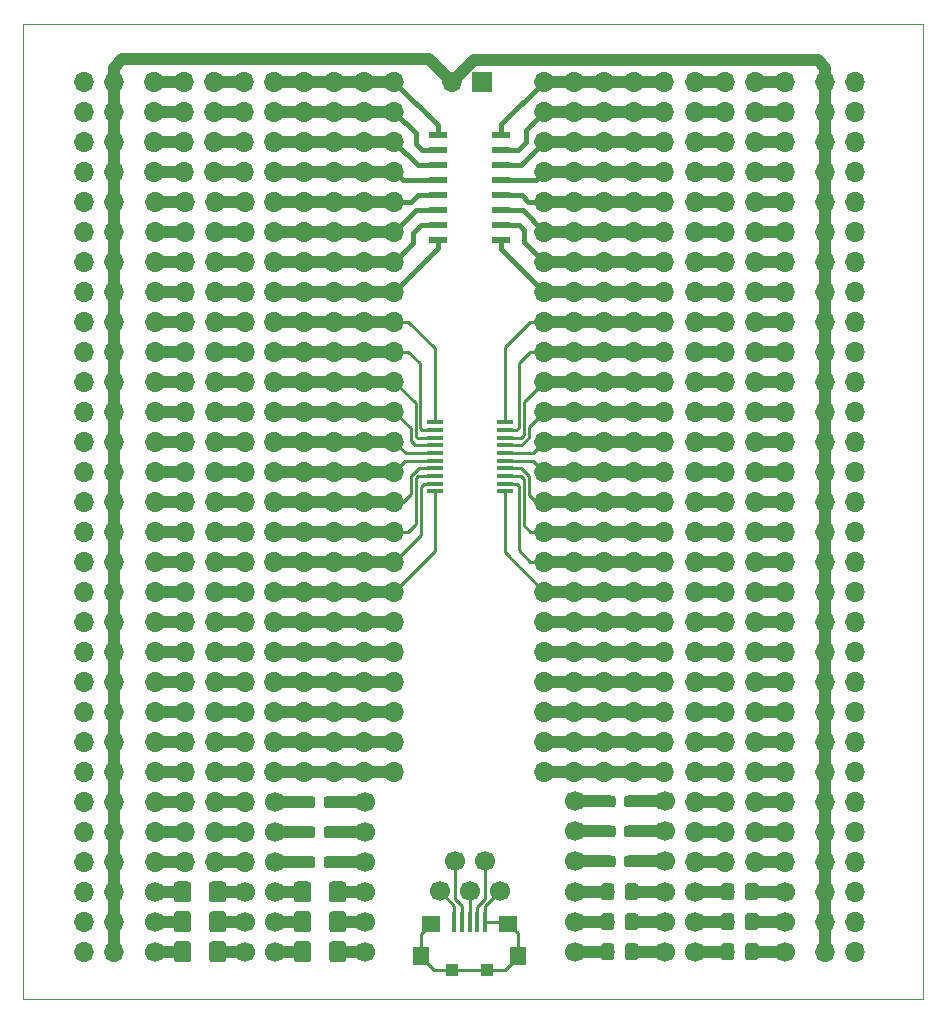
<source format=gbr>
G04 #@! TF.GenerationSoftware,KiCad,Pcbnew,(5.1.0)-1*
G04 #@! TF.CreationDate,2020-08-15T17:25:36-05:00*
G04 #@! TF.ProjectId,AltbierProto,416c7462-6965-4725-9072-6f746f2e6b69,rev?*
G04 #@! TF.SameCoordinates,Original*
G04 #@! TF.FileFunction,Copper,L1,Top*
G04 #@! TF.FilePolarity,Positive*
%FSLAX46Y46*%
G04 Gerber Fmt 4.6, Leading zero omitted, Abs format (unit mm)*
G04 Created by KiCad (PCBNEW (5.1.0)-1) date 2020-08-15 17:25:36*
%MOMM*%
%LPD*%
G04 APERTURE LIST*
%ADD10C,0.050000*%
%ADD11C,1.700000*%
%ADD12C,0.100000*%
%ADD13C,1.425000*%
%ADD14C,1.150000*%
%ADD15C,0.950000*%
%ADD16R,1.500000X0.600000*%
%ADD17R,1.450000X0.400000*%
%ADD18O,1.700000X1.700000*%
%ADD19R,1.500000X1.400000*%
%ADD20R,0.400000X1.800000*%
%ADD21R,1.350000X1.500000*%
%ADD22R,1.100000X1.000000*%
%ADD23R,1.700000X1.700000*%
%ADD24C,1.000000*%
%ADD25C,0.400000*%
%ADD26C,0.250000*%
G04 APERTURE END LIST*
D10*
X179500000Y-50450000D02*
X179500000Y-133000000D01*
X179500000Y-50450000D02*
X103300000Y-50450000D01*
X103300000Y-50450000D02*
X103300000Y-133000000D01*
X179500000Y-133000000D02*
X103300000Y-133000000D01*
D11*
X132230000Y-123900000D03*
X124610000Y-123900000D03*
D12*
G36*
X130444504Y-123026204D02*
G01*
X130468773Y-123029804D01*
X130492571Y-123035765D01*
X130515671Y-123044030D01*
X130537849Y-123054520D01*
X130558893Y-123067133D01*
X130578598Y-123081747D01*
X130596777Y-123098223D01*
X130613253Y-123116402D01*
X130627867Y-123136107D01*
X130640480Y-123157151D01*
X130650970Y-123179329D01*
X130659235Y-123202429D01*
X130665196Y-123226227D01*
X130668796Y-123250496D01*
X130670000Y-123275000D01*
X130670000Y-124525000D01*
X130668796Y-124549504D01*
X130665196Y-124573773D01*
X130659235Y-124597571D01*
X130650970Y-124620671D01*
X130640480Y-124642849D01*
X130627867Y-124663893D01*
X130613253Y-124683598D01*
X130596777Y-124701777D01*
X130578598Y-124718253D01*
X130558893Y-124732867D01*
X130537849Y-124745480D01*
X130515671Y-124755970D01*
X130492571Y-124764235D01*
X130468773Y-124770196D01*
X130444504Y-124773796D01*
X130420000Y-124775000D01*
X129495000Y-124775000D01*
X129470496Y-124773796D01*
X129446227Y-124770196D01*
X129422429Y-124764235D01*
X129399329Y-124755970D01*
X129377151Y-124745480D01*
X129356107Y-124732867D01*
X129336402Y-124718253D01*
X129318223Y-124701777D01*
X129301747Y-124683598D01*
X129287133Y-124663893D01*
X129274520Y-124642849D01*
X129264030Y-124620671D01*
X129255765Y-124597571D01*
X129249804Y-124573773D01*
X129246204Y-124549504D01*
X129245000Y-124525000D01*
X129245000Y-123275000D01*
X129246204Y-123250496D01*
X129249804Y-123226227D01*
X129255765Y-123202429D01*
X129264030Y-123179329D01*
X129274520Y-123157151D01*
X129287133Y-123136107D01*
X129301747Y-123116402D01*
X129318223Y-123098223D01*
X129336402Y-123081747D01*
X129356107Y-123067133D01*
X129377151Y-123054520D01*
X129399329Y-123044030D01*
X129422429Y-123035765D01*
X129446227Y-123029804D01*
X129470496Y-123026204D01*
X129495000Y-123025000D01*
X130420000Y-123025000D01*
X130444504Y-123026204D01*
X130444504Y-123026204D01*
G37*
D13*
X129957500Y-123900000D03*
D12*
G36*
X127469504Y-123026204D02*
G01*
X127493773Y-123029804D01*
X127517571Y-123035765D01*
X127540671Y-123044030D01*
X127562849Y-123054520D01*
X127583893Y-123067133D01*
X127603598Y-123081747D01*
X127621777Y-123098223D01*
X127638253Y-123116402D01*
X127652867Y-123136107D01*
X127665480Y-123157151D01*
X127675970Y-123179329D01*
X127684235Y-123202429D01*
X127690196Y-123226227D01*
X127693796Y-123250496D01*
X127695000Y-123275000D01*
X127695000Y-124525000D01*
X127693796Y-124549504D01*
X127690196Y-124573773D01*
X127684235Y-124597571D01*
X127675970Y-124620671D01*
X127665480Y-124642849D01*
X127652867Y-124663893D01*
X127638253Y-124683598D01*
X127621777Y-124701777D01*
X127603598Y-124718253D01*
X127583893Y-124732867D01*
X127562849Y-124745480D01*
X127540671Y-124755970D01*
X127517571Y-124764235D01*
X127493773Y-124770196D01*
X127469504Y-124773796D01*
X127445000Y-124775000D01*
X126520000Y-124775000D01*
X126495496Y-124773796D01*
X126471227Y-124770196D01*
X126447429Y-124764235D01*
X126424329Y-124755970D01*
X126402151Y-124745480D01*
X126381107Y-124732867D01*
X126361402Y-124718253D01*
X126343223Y-124701777D01*
X126326747Y-124683598D01*
X126312133Y-124663893D01*
X126299520Y-124642849D01*
X126289030Y-124620671D01*
X126280765Y-124597571D01*
X126274804Y-124573773D01*
X126271204Y-124549504D01*
X126270000Y-124525000D01*
X126270000Y-123275000D01*
X126271204Y-123250496D01*
X126274804Y-123226227D01*
X126280765Y-123202429D01*
X126289030Y-123179329D01*
X126299520Y-123157151D01*
X126312133Y-123136107D01*
X126326747Y-123116402D01*
X126343223Y-123098223D01*
X126361402Y-123081747D01*
X126381107Y-123067133D01*
X126402151Y-123054520D01*
X126424329Y-123044030D01*
X126447429Y-123035765D01*
X126471227Y-123029804D01*
X126495496Y-123026204D01*
X126520000Y-123025000D01*
X127445000Y-123025000D01*
X127469504Y-123026204D01*
X127469504Y-123026204D01*
G37*
D13*
X126982500Y-123900000D03*
D11*
X132230000Y-126430000D03*
X124610000Y-126430000D03*
D12*
G36*
X130444504Y-125556204D02*
G01*
X130468773Y-125559804D01*
X130492571Y-125565765D01*
X130515671Y-125574030D01*
X130537849Y-125584520D01*
X130558893Y-125597133D01*
X130578598Y-125611747D01*
X130596777Y-125628223D01*
X130613253Y-125646402D01*
X130627867Y-125666107D01*
X130640480Y-125687151D01*
X130650970Y-125709329D01*
X130659235Y-125732429D01*
X130665196Y-125756227D01*
X130668796Y-125780496D01*
X130670000Y-125805000D01*
X130670000Y-127055000D01*
X130668796Y-127079504D01*
X130665196Y-127103773D01*
X130659235Y-127127571D01*
X130650970Y-127150671D01*
X130640480Y-127172849D01*
X130627867Y-127193893D01*
X130613253Y-127213598D01*
X130596777Y-127231777D01*
X130578598Y-127248253D01*
X130558893Y-127262867D01*
X130537849Y-127275480D01*
X130515671Y-127285970D01*
X130492571Y-127294235D01*
X130468773Y-127300196D01*
X130444504Y-127303796D01*
X130420000Y-127305000D01*
X129495000Y-127305000D01*
X129470496Y-127303796D01*
X129446227Y-127300196D01*
X129422429Y-127294235D01*
X129399329Y-127285970D01*
X129377151Y-127275480D01*
X129356107Y-127262867D01*
X129336402Y-127248253D01*
X129318223Y-127231777D01*
X129301747Y-127213598D01*
X129287133Y-127193893D01*
X129274520Y-127172849D01*
X129264030Y-127150671D01*
X129255765Y-127127571D01*
X129249804Y-127103773D01*
X129246204Y-127079504D01*
X129245000Y-127055000D01*
X129245000Y-125805000D01*
X129246204Y-125780496D01*
X129249804Y-125756227D01*
X129255765Y-125732429D01*
X129264030Y-125709329D01*
X129274520Y-125687151D01*
X129287133Y-125666107D01*
X129301747Y-125646402D01*
X129318223Y-125628223D01*
X129336402Y-125611747D01*
X129356107Y-125597133D01*
X129377151Y-125584520D01*
X129399329Y-125574030D01*
X129422429Y-125565765D01*
X129446227Y-125559804D01*
X129470496Y-125556204D01*
X129495000Y-125555000D01*
X130420000Y-125555000D01*
X130444504Y-125556204D01*
X130444504Y-125556204D01*
G37*
D13*
X129957500Y-126430000D03*
D12*
G36*
X127469504Y-125556204D02*
G01*
X127493773Y-125559804D01*
X127517571Y-125565765D01*
X127540671Y-125574030D01*
X127562849Y-125584520D01*
X127583893Y-125597133D01*
X127603598Y-125611747D01*
X127621777Y-125628223D01*
X127638253Y-125646402D01*
X127652867Y-125666107D01*
X127665480Y-125687151D01*
X127675970Y-125709329D01*
X127684235Y-125732429D01*
X127690196Y-125756227D01*
X127693796Y-125780496D01*
X127695000Y-125805000D01*
X127695000Y-127055000D01*
X127693796Y-127079504D01*
X127690196Y-127103773D01*
X127684235Y-127127571D01*
X127675970Y-127150671D01*
X127665480Y-127172849D01*
X127652867Y-127193893D01*
X127638253Y-127213598D01*
X127621777Y-127231777D01*
X127603598Y-127248253D01*
X127583893Y-127262867D01*
X127562849Y-127275480D01*
X127540671Y-127285970D01*
X127517571Y-127294235D01*
X127493773Y-127300196D01*
X127469504Y-127303796D01*
X127445000Y-127305000D01*
X126520000Y-127305000D01*
X126495496Y-127303796D01*
X126471227Y-127300196D01*
X126447429Y-127294235D01*
X126424329Y-127285970D01*
X126402151Y-127275480D01*
X126381107Y-127262867D01*
X126361402Y-127248253D01*
X126343223Y-127231777D01*
X126326747Y-127213598D01*
X126312133Y-127193893D01*
X126299520Y-127172849D01*
X126289030Y-127150671D01*
X126280765Y-127127571D01*
X126274804Y-127103773D01*
X126271204Y-127079504D01*
X126270000Y-127055000D01*
X126270000Y-125805000D01*
X126271204Y-125780496D01*
X126274804Y-125756227D01*
X126280765Y-125732429D01*
X126289030Y-125709329D01*
X126299520Y-125687151D01*
X126312133Y-125666107D01*
X126326747Y-125646402D01*
X126343223Y-125628223D01*
X126361402Y-125611747D01*
X126381107Y-125597133D01*
X126402151Y-125584520D01*
X126424329Y-125574030D01*
X126447429Y-125565765D01*
X126471227Y-125559804D01*
X126495496Y-125556204D01*
X126520000Y-125555000D01*
X127445000Y-125555000D01*
X127469504Y-125556204D01*
X127469504Y-125556204D01*
G37*
D13*
X126982500Y-126430000D03*
D11*
X132230000Y-128970000D03*
X124610000Y-128970000D03*
D12*
G36*
X130444504Y-128096204D02*
G01*
X130468773Y-128099804D01*
X130492571Y-128105765D01*
X130515671Y-128114030D01*
X130537849Y-128124520D01*
X130558893Y-128137133D01*
X130578598Y-128151747D01*
X130596777Y-128168223D01*
X130613253Y-128186402D01*
X130627867Y-128206107D01*
X130640480Y-128227151D01*
X130650970Y-128249329D01*
X130659235Y-128272429D01*
X130665196Y-128296227D01*
X130668796Y-128320496D01*
X130670000Y-128345000D01*
X130670000Y-129595000D01*
X130668796Y-129619504D01*
X130665196Y-129643773D01*
X130659235Y-129667571D01*
X130650970Y-129690671D01*
X130640480Y-129712849D01*
X130627867Y-129733893D01*
X130613253Y-129753598D01*
X130596777Y-129771777D01*
X130578598Y-129788253D01*
X130558893Y-129802867D01*
X130537849Y-129815480D01*
X130515671Y-129825970D01*
X130492571Y-129834235D01*
X130468773Y-129840196D01*
X130444504Y-129843796D01*
X130420000Y-129845000D01*
X129495000Y-129845000D01*
X129470496Y-129843796D01*
X129446227Y-129840196D01*
X129422429Y-129834235D01*
X129399329Y-129825970D01*
X129377151Y-129815480D01*
X129356107Y-129802867D01*
X129336402Y-129788253D01*
X129318223Y-129771777D01*
X129301747Y-129753598D01*
X129287133Y-129733893D01*
X129274520Y-129712849D01*
X129264030Y-129690671D01*
X129255765Y-129667571D01*
X129249804Y-129643773D01*
X129246204Y-129619504D01*
X129245000Y-129595000D01*
X129245000Y-128345000D01*
X129246204Y-128320496D01*
X129249804Y-128296227D01*
X129255765Y-128272429D01*
X129264030Y-128249329D01*
X129274520Y-128227151D01*
X129287133Y-128206107D01*
X129301747Y-128186402D01*
X129318223Y-128168223D01*
X129336402Y-128151747D01*
X129356107Y-128137133D01*
X129377151Y-128124520D01*
X129399329Y-128114030D01*
X129422429Y-128105765D01*
X129446227Y-128099804D01*
X129470496Y-128096204D01*
X129495000Y-128095000D01*
X130420000Y-128095000D01*
X130444504Y-128096204D01*
X130444504Y-128096204D01*
G37*
D13*
X129957500Y-128970000D03*
D12*
G36*
X127469504Y-128096204D02*
G01*
X127493773Y-128099804D01*
X127517571Y-128105765D01*
X127540671Y-128114030D01*
X127562849Y-128124520D01*
X127583893Y-128137133D01*
X127603598Y-128151747D01*
X127621777Y-128168223D01*
X127638253Y-128186402D01*
X127652867Y-128206107D01*
X127665480Y-128227151D01*
X127675970Y-128249329D01*
X127684235Y-128272429D01*
X127690196Y-128296227D01*
X127693796Y-128320496D01*
X127695000Y-128345000D01*
X127695000Y-129595000D01*
X127693796Y-129619504D01*
X127690196Y-129643773D01*
X127684235Y-129667571D01*
X127675970Y-129690671D01*
X127665480Y-129712849D01*
X127652867Y-129733893D01*
X127638253Y-129753598D01*
X127621777Y-129771777D01*
X127603598Y-129788253D01*
X127583893Y-129802867D01*
X127562849Y-129815480D01*
X127540671Y-129825970D01*
X127517571Y-129834235D01*
X127493773Y-129840196D01*
X127469504Y-129843796D01*
X127445000Y-129845000D01*
X126520000Y-129845000D01*
X126495496Y-129843796D01*
X126471227Y-129840196D01*
X126447429Y-129834235D01*
X126424329Y-129825970D01*
X126402151Y-129815480D01*
X126381107Y-129802867D01*
X126361402Y-129788253D01*
X126343223Y-129771777D01*
X126326747Y-129753598D01*
X126312133Y-129733893D01*
X126299520Y-129712849D01*
X126289030Y-129690671D01*
X126280765Y-129667571D01*
X126274804Y-129643773D01*
X126271204Y-129619504D01*
X126270000Y-129595000D01*
X126270000Y-128345000D01*
X126271204Y-128320496D01*
X126274804Y-128296227D01*
X126280765Y-128272429D01*
X126289030Y-128249329D01*
X126299520Y-128227151D01*
X126312133Y-128206107D01*
X126326747Y-128186402D01*
X126343223Y-128168223D01*
X126361402Y-128151747D01*
X126381107Y-128137133D01*
X126402151Y-128124520D01*
X126424329Y-128114030D01*
X126447429Y-128105765D01*
X126471227Y-128099804D01*
X126495496Y-128096204D01*
X126520000Y-128095000D01*
X127445000Y-128095000D01*
X127469504Y-128096204D01*
X127469504Y-128096204D01*
G37*
D13*
X126982500Y-128970000D03*
D11*
X122070000Y-128970000D03*
X114450000Y-128970000D03*
D12*
G36*
X120284504Y-128096204D02*
G01*
X120308773Y-128099804D01*
X120332571Y-128105765D01*
X120355671Y-128114030D01*
X120377849Y-128124520D01*
X120398893Y-128137133D01*
X120418598Y-128151747D01*
X120436777Y-128168223D01*
X120453253Y-128186402D01*
X120467867Y-128206107D01*
X120480480Y-128227151D01*
X120490970Y-128249329D01*
X120499235Y-128272429D01*
X120505196Y-128296227D01*
X120508796Y-128320496D01*
X120510000Y-128345000D01*
X120510000Y-129595000D01*
X120508796Y-129619504D01*
X120505196Y-129643773D01*
X120499235Y-129667571D01*
X120490970Y-129690671D01*
X120480480Y-129712849D01*
X120467867Y-129733893D01*
X120453253Y-129753598D01*
X120436777Y-129771777D01*
X120418598Y-129788253D01*
X120398893Y-129802867D01*
X120377849Y-129815480D01*
X120355671Y-129825970D01*
X120332571Y-129834235D01*
X120308773Y-129840196D01*
X120284504Y-129843796D01*
X120260000Y-129845000D01*
X119335000Y-129845000D01*
X119310496Y-129843796D01*
X119286227Y-129840196D01*
X119262429Y-129834235D01*
X119239329Y-129825970D01*
X119217151Y-129815480D01*
X119196107Y-129802867D01*
X119176402Y-129788253D01*
X119158223Y-129771777D01*
X119141747Y-129753598D01*
X119127133Y-129733893D01*
X119114520Y-129712849D01*
X119104030Y-129690671D01*
X119095765Y-129667571D01*
X119089804Y-129643773D01*
X119086204Y-129619504D01*
X119085000Y-129595000D01*
X119085000Y-128345000D01*
X119086204Y-128320496D01*
X119089804Y-128296227D01*
X119095765Y-128272429D01*
X119104030Y-128249329D01*
X119114520Y-128227151D01*
X119127133Y-128206107D01*
X119141747Y-128186402D01*
X119158223Y-128168223D01*
X119176402Y-128151747D01*
X119196107Y-128137133D01*
X119217151Y-128124520D01*
X119239329Y-128114030D01*
X119262429Y-128105765D01*
X119286227Y-128099804D01*
X119310496Y-128096204D01*
X119335000Y-128095000D01*
X120260000Y-128095000D01*
X120284504Y-128096204D01*
X120284504Y-128096204D01*
G37*
D13*
X119797500Y-128970000D03*
D12*
G36*
X117309504Y-128096204D02*
G01*
X117333773Y-128099804D01*
X117357571Y-128105765D01*
X117380671Y-128114030D01*
X117402849Y-128124520D01*
X117423893Y-128137133D01*
X117443598Y-128151747D01*
X117461777Y-128168223D01*
X117478253Y-128186402D01*
X117492867Y-128206107D01*
X117505480Y-128227151D01*
X117515970Y-128249329D01*
X117524235Y-128272429D01*
X117530196Y-128296227D01*
X117533796Y-128320496D01*
X117535000Y-128345000D01*
X117535000Y-129595000D01*
X117533796Y-129619504D01*
X117530196Y-129643773D01*
X117524235Y-129667571D01*
X117515970Y-129690671D01*
X117505480Y-129712849D01*
X117492867Y-129733893D01*
X117478253Y-129753598D01*
X117461777Y-129771777D01*
X117443598Y-129788253D01*
X117423893Y-129802867D01*
X117402849Y-129815480D01*
X117380671Y-129825970D01*
X117357571Y-129834235D01*
X117333773Y-129840196D01*
X117309504Y-129843796D01*
X117285000Y-129845000D01*
X116360000Y-129845000D01*
X116335496Y-129843796D01*
X116311227Y-129840196D01*
X116287429Y-129834235D01*
X116264329Y-129825970D01*
X116242151Y-129815480D01*
X116221107Y-129802867D01*
X116201402Y-129788253D01*
X116183223Y-129771777D01*
X116166747Y-129753598D01*
X116152133Y-129733893D01*
X116139520Y-129712849D01*
X116129030Y-129690671D01*
X116120765Y-129667571D01*
X116114804Y-129643773D01*
X116111204Y-129619504D01*
X116110000Y-129595000D01*
X116110000Y-128345000D01*
X116111204Y-128320496D01*
X116114804Y-128296227D01*
X116120765Y-128272429D01*
X116129030Y-128249329D01*
X116139520Y-128227151D01*
X116152133Y-128206107D01*
X116166747Y-128186402D01*
X116183223Y-128168223D01*
X116201402Y-128151747D01*
X116221107Y-128137133D01*
X116242151Y-128124520D01*
X116264329Y-128114030D01*
X116287429Y-128105765D01*
X116311227Y-128099804D01*
X116335496Y-128096204D01*
X116360000Y-128095000D01*
X117285000Y-128095000D01*
X117309504Y-128096204D01*
X117309504Y-128096204D01*
G37*
D13*
X116822500Y-128970000D03*
D11*
X122070000Y-126430000D03*
X114450000Y-126430000D03*
D12*
G36*
X120284504Y-125556204D02*
G01*
X120308773Y-125559804D01*
X120332571Y-125565765D01*
X120355671Y-125574030D01*
X120377849Y-125584520D01*
X120398893Y-125597133D01*
X120418598Y-125611747D01*
X120436777Y-125628223D01*
X120453253Y-125646402D01*
X120467867Y-125666107D01*
X120480480Y-125687151D01*
X120490970Y-125709329D01*
X120499235Y-125732429D01*
X120505196Y-125756227D01*
X120508796Y-125780496D01*
X120510000Y-125805000D01*
X120510000Y-127055000D01*
X120508796Y-127079504D01*
X120505196Y-127103773D01*
X120499235Y-127127571D01*
X120490970Y-127150671D01*
X120480480Y-127172849D01*
X120467867Y-127193893D01*
X120453253Y-127213598D01*
X120436777Y-127231777D01*
X120418598Y-127248253D01*
X120398893Y-127262867D01*
X120377849Y-127275480D01*
X120355671Y-127285970D01*
X120332571Y-127294235D01*
X120308773Y-127300196D01*
X120284504Y-127303796D01*
X120260000Y-127305000D01*
X119335000Y-127305000D01*
X119310496Y-127303796D01*
X119286227Y-127300196D01*
X119262429Y-127294235D01*
X119239329Y-127285970D01*
X119217151Y-127275480D01*
X119196107Y-127262867D01*
X119176402Y-127248253D01*
X119158223Y-127231777D01*
X119141747Y-127213598D01*
X119127133Y-127193893D01*
X119114520Y-127172849D01*
X119104030Y-127150671D01*
X119095765Y-127127571D01*
X119089804Y-127103773D01*
X119086204Y-127079504D01*
X119085000Y-127055000D01*
X119085000Y-125805000D01*
X119086204Y-125780496D01*
X119089804Y-125756227D01*
X119095765Y-125732429D01*
X119104030Y-125709329D01*
X119114520Y-125687151D01*
X119127133Y-125666107D01*
X119141747Y-125646402D01*
X119158223Y-125628223D01*
X119176402Y-125611747D01*
X119196107Y-125597133D01*
X119217151Y-125584520D01*
X119239329Y-125574030D01*
X119262429Y-125565765D01*
X119286227Y-125559804D01*
X119310496Y-125556204D01*
X119335000Y-125555000D01*
X120260000Y-125555000D01*
X120284504Y-125556204D01*
X120284504Y-125556204D01*
G37*
D13*
X119797500Y-126430000D03*
D12*
G36*
X117309504Y-125556204D02*
G01*
X117333773Y-125559804D01*
X117357571Y-125565765D01*
X117380671Y-125574030D01*
X117402849Y-125584520D01*
X117423893Y-125597133D01*
X117443598Y-125611747D01*
X117461777Y-125628223D01*
X117478253Y-125646402D01*
X117492867Y-125666107D01*
X117505480Y-125687151D01*
X117515970Y-125709329D01*
X117524235Y-125732429D01*
X117530196Y-125756227D01*
X117533796Y-125780496D01*
X117535000Y-125805000D01*
X117535000Y-127055000D01*
X117533796Y-127079504D01*
X117530196Y-127103773D01*
X117524235Y-127127571D01*
X117515970Y-127150671D01*
X117505480Y-127172849D01*
X117492867Y-127193893D01*
X117478253Y-127213598D01*
X117461777Y-127231777D01*
X117443598Y-127248253D01*
X117423893Y-127262867D01*
X117402849Y-127275480D01*
X117380671Y-127285970D01*
X117357571Y-127294235D01*
X117333773Y-127300196D01*
X117309504Y-127303796D01*
X117285000Y-127305000D01*
X116360000Y-127305000D01*
X116335496Y-127303796D01*
X116311227Y-127300196D01*
X116287429Y-127294235D01*
X116264329Y-127285970D01*
X116242151Y-127275480D01*
X116221107Y-127262867D01*
X116201402Y-127248253D01*
X116183223Y-127231777D01*
X116166747Y-127213598D01*
X116152133Y-127193893D01*
X116139520Y-127172849D01*
X116129030Y-127150671D01*
X116120765Y-127127571D01*
X116114804Y-127103773D01*
X116111204Y-127079504D01*
X116110000Y-127055000D01*
X116110000Y-125805000D01*
X116111204Y-125780496D01*
X116114804Y-125756227D01*
X116120765Y-125732429D01*
X116129030Y-125709329D01*
X116139520Y-125687151D01*
X116152133Y-125666107D01*
X116166747Y-125646402D01*
X116183223Y-125628223D01*
X116201402Y-125611747D01*
X116221107Y-125597133D01*
X116242151Y-125584520D01*
X116264329Y-125574030D01*
X116287429Y-125565765D01*
X116311227Y-125559804D01*
X116335496Y-125556204D01*
X116360000Y-125555000D01*
X117285000Y-125555000D01*
X117309504Y-125556204D01*
X117309504Y-125556204D01*
G37*
D13*
X116822500Y-126430000D03*
D11*
X122070000Y-123900000D03*
X114450000Y-123900000D03*
D12*
G36*
X120284504Y-123026204D02*
G01*
X120308773Y-123029804D01*
X120332571Y-123035765D01*
X120355671Y-123044030D01*
X120377849Y-123054520D01*
X120398893Y-123067133D01*
X120418598Y-123081747D01*
X120436777Y-123098223D01*
X120453253Y-123116402D01*
X120467867Y-123136107D01*
X120480480Y-123157151D01*
X120490970Y-123179329D01*
X120499235Y-123202429D01*
X120505196Y-123226227D01*
X120508796Y-123250496D01*
X120510000Y-123275000D01*
X120510000Y-124525000D01*
X120508796Y-124549504D01*
X120505196Y-124573773D01*
X120499235Y-124597571D01*
X120490970Y-124620671D01*
X120480480Y-124642849D01*
X120467867Y-124663893D01*
X120453253Y-124683598D01*
X120436777Y-124701777D01*
X120418598Y-124718253D01*
X120398893Y-124732867D01*
X120377849Y-124745480D01*
X120355671Y-124755970D01*
X120332571Y-124764235D01*
X120308773Y-124770196D01*
X120284504Y-124773796D01*
X120260000Y-124775000D01*
X119335000Y-124775000D01*
X119310496Y-124773796D01*
X119286227Y-124770196D01*
X119262429Y-124764235D01*
X119239329Y-124755970D01*
X119217151Y-124745480D01*
X119196107Y-124732867D01*
X119176402Y-124718253D01*
X119158223Y-124701777D01*
X119141747Y-124683598D01*
X119127133Y-124663893D01*
X119114520Y-124642849D01*
X119104030Y-124620671D01*
X119095765Y-124597571D01*
X119089804Y-124573773D01*
X119086204Y-124549504D01*
X119085000Y-124525000D01*
X119085000Y-123275000D01*
X119086204Y-123250496D01*
X119089804Y-123226227D01*
X119095765Y-123202429D01*
X119104030Y-123179329D01*
X119114520Y-123157151D01*
X119127133Y-123136107D01*
X119141747Y-123116402D01*
X119158223Y-123098223D01*
X119176402Y-123081747D01*
X119196107Y-123067133D01*
X119217151Y-123054520D01*
X119239329Y-123044030D01*
X119262429Y-123035765D01*
X119286227Y-123029804D01*
X119310496Y-123026204D01*
X119335000Y-123025000D01*
X120260000Y-123025000D01*
X120284504Y-123026204D01*
X120284504Y-123026204D01*
G37*
D13*
X119797500Y-123900000D03*
D12*
G36*
X117309504Y-123026204D02*
G01*
X117333773Y-123029804D01*
X117357571Y-123035765D01*
X117380671Y-123044030D01*
X117402849Y-123054520D01*
X117423893Y-123067133D01*
X117443598Y-123081747D01*
X117461777Y-123098223D01*
X117478253Y-123116402D01*
X117492867Y-123136107D01*
X117505480Y-123157151D01*
X117515970Y-123179329D01*
X117524235Y-123202429D01*
X117530196Y-123226227D01*
X117533796Y-123250496D01*
X117535000Y-123275000D01*
X117535000Y-124525000D01*
X117533796Y-124549504D01*
X117530196Y-124573773D01*
X117524235Y-124597571D01*
X117515970Y-124620671D01*
X117505480Y-124642849D01*
X117492867Y-124663893D01*
X117478253Y-124683598D01*
X117461777Y-124701777D01*
X117443598Y-124718253D01*
X117423893Y-124732867D01*
X117402849Y-124745480D01*
X117380671Y-124755970D01*
X117357571Y-124764235D01*
X117333773Y-124770196D01*
X117309504Y-124773796D01*
X117285000Y-124775000D01*
X116360000Y-124775000D01*
X116335496Y-124773796D01*
X116311227Y-124770196D01*
X116287429Y-124764235D01*
X116264329Y-124755970D01*
X116242151Y-124745480D01*
X116221107Y-124732867D01*
X116201402Y-124718253D01*
X116183223Y-124701777D01*
X116166747Y-124683598D01*
X116152133Y-124663893D01*
X116139520Y-124642849D01*
X116129030Y-124620671D01*
X116120765Y-124597571D01*
X116114804Y-124573773D01*
X116111204Y-124549504D01*
X116110000Y-124525000D01*
X116110000Y-123275000D01*
X116111204Y-123250496D01*
X116114804Y-123226227D01*
X116120765Y-123202429D01*
X116129030Y-123179329D01*
X116139520Y-123157151D01*
X116152133Y-123136107D01*
X116166747Y-123116402D01*
X116183223Y-123098223D01*
X116201402Y-123081747D01*
X116221107Y-123067133D01*
X116242151Y-123054520D01*
X116264329Y-123044030D01*
X116287429Y-123035765D01*
X116311227Y-123029804D01*
X116335496Y-123026204D01*
X116360000Y-123025000D01*
X117285000Y-123025000D01*
X117309504Y-123026204D01*
X117309504Y-123026204D01*
G37*
D13*
X116822500Y-123900000D03*
D12*
G36*
X153164505Y-123191204D02*
G01*
X153188773Y-123194804D01*
X153212572Y-123200765D01*
X153235671Y-123209030D01*
X153257850Y-123219520D01*
X153278893Y-123232132D01*
X153298599Y-123246747D01*
X153316777Y-123263223D01*
X153333253Y-123281401D01*
X153347868Y-123301107D01*
X153360480Y-123322150D01*
X153370970Y-123344329D01*
X153379235Y-123367428D01*
X153385196Y-123391227D01*
X153388796Y-123415495D01*
X153390000Y-123439999D01*
X153390000Y-124340001D01*
X153388796Y-124364505D01*
X153385196Y-124388773D01*
X153379235Y-124412572D01*
X153370970Y-124435671D01*
X153360480Y-124457850D01*
X153347868Y-124478893D01*
X153333253Y-124498599D01*
X153316777Y-124516777D01*
X153298599Y-124533253D01*
X153278893Y-124547868D01*
X153257850Y-124560480D01*
X153235671Y-124570970D01*
X153212572Y-124579235D01*
X153188773Y-124585196D01*
X153164505Y-124588796D01*
X153140001Y-124590000D01*
X152489999Y-124590000D01*
X152465495Y-124588796D01*
X152441227Y-124585196D01*
X152417428Y-124579235D01*
X152394329Y-124570970D01*
X152372150Y-124560480D01*
X152351107Y-124547868D01*
X152331401Y-124533253D01*
X152313223Y-124516777D01*
X152296747Y-124498599D01*
X152282132Y-124478893D01*
X152269520Y-124457850D01*
X152259030Y-124435671D01*
X152250765Y-124412572D01*
X152244804Y-124388773D01*
X152241204Y-124364505D01*
X152240000Y-124340001D01*
X152240000Y-123439999D01*
X152241204Y-123415495D01*
X152244804Y-123391227D01*
X152250765Y-123367428D01*
X152259030Y-123344329D01*
X152269520Y-123322150D01*
X152282132Y-123301107D01*
X152296747Y-123281401D01*
X152313223Y-123263223D01*
X152331401Y-123246747D01*
X152351107Y-123232132D01*
X152372150Y-123219520D01*
X152394329Y-123209030D01*
X152417428Y-123200765D01*
X152441227Y-123194804D01*
X152465495Y-123191204D01*
X152489999Y-123190000D01*
X153140001Y-123190000D01*
X153164505Y-123191204D01*
X153164505Y-123191204D01*
G37*
D14*
X152815000Y-123890000D03*
D12*
G36*
X155214505Y-123191204D02*
G01*
X155238773Y-123194804D01*
X155262572Y-123200765D01*
X155285671Y-123209030D01*
X155307850Y-123219520D01*
X155328893Y-123232132D01*
X155348599Y-123246747D01*
X155366777Y-123263223D01*
X155383253Y-123281401D01*
X155397868Y-123301107D01*
X155410480Y-123322150D01*
X155420970Y-123344329D01*
X155429235Y-123367428D01*
X155435196Y-123391227D01*
X155438796Y-123415495D01*
X155440000Y-123439999D01*
X155440000Y-124340001D01*
X155438796Y-124364505D01*
X155435196Y-124388773D01*
X155429235Y-124412572D01*
X155420970Y-124435671D01*
X155410480Y-124457850D01*
X155397868Y-124478893D01*
X155383253Y-124498599D01*
X155366777Y-124516777D01*
X155348599Y-124533253D01*
X155328893Y-124547868D01*
X155307850Y-124560480D01*
X155285671Y-124570970D01*
X155262572Y-124579235D01*
X155238773Y-124585196D01*
X155214505Y-124588796D01*
X155190001Y-124590000D01*
X154539999Y-124590000D01*
X154515495Y-124588796D01*
X154491227Y-124585196D01*
X154467428Y-124579235D01*
X154444329Y-124570970D01*
X154422150Y-124560480D01*
X154401107Y-124547868D01*
X154381401Y-124533253D01*
X154363223Y-124516777D01*
X154346747Y-124498599D01*
X154332132Y-124478893D01*
X154319520Y-124457850D01*
X154309030Y-124435671D01*
X154300765Y-124412572D01*
X154294804Y-124388773D01*
X154291204Y-124364505D01*
X154290000Y-124340001D01*
X154290000Y-123439999D01*
X154291204Y-123415495D01*
X154294804Y-123391227D01*
X154300765Y-123367428D01*
X154309030Y-123344329D01*
X154319520Y-123322150D01*
X154332132Y-123301107D01*
X154346747Y-123281401D01*
X154363223Y-123263223D01*
X154381401Y-123246747D01*
X154401107Y-123232132D01*
X154422150Y-123219520D01*
X154444329Y-123209030D01*
X154467428Y-123200765D01*
X154491227Y-123194804D01*
X154515495Y-123191204D01*
X154539999Y-123190000D01*
X155190001Y-123190000D01*
X155214505Y-123191204D01*
X155214505Y-123191204D01*
G37*
D14*
X154865000Y-123890000D03*
D11*
X150040000Y-123890000D03*
X157660000Y-123890000D03*
D12*
G36*
X153164505Y-125731204D02*
G01*
X153188773Y-125734804D01*
X153212572Y-125740765D01*
X153235671Y-125749030D01*
X153257850Y-125759520D01*
X153278893Y-125772132D01*
X153298599Y-125786747D01*
X153316777Y-125803223D01*
X153333253Y-125821401D01*
X153347868Y-125841107D01*
X153360480Y-125862150D01*
X153370970Y-125884329D01*
X153379235Y-125907428D01*
X153385196Y-125931227D01*
X153388796Y-125955495D01*
X153390000Y-125979999D01*
X153390000Y-126880001D01*
X153388796Y-126904505D01*
X153385196Y-126928773D01*
X153379235Y-126952572D01*
X153370970Y-126975671D01*
X153360480Y-126997850D01*
X153347868Y-127018893D01*
X153333253Y-127038599D01*
X153316777Y-127056777D01*
X153298599Y-127073253D01*
X153278893Y-127087868D01*
X153257850Y-127100480D01*
X153235671Y-127110970D01*
X153212572Y-127119235D01*
X153188773Y-127125196D01*
X153164505Y-127128796D01*
X153140001Y-127130000D01*
X152489999Y-127130000D01*
X152465495Y-127128796D01*
X152441227Y-127125196D01*
X152417428Y-127119235D01*
X152394329Y-127110970D01*
X152372150Y-127100480D01*
X152351107Y-127087868D01*
X152331401Y-127073253D01*
X152313223Y-127056777D01*
X152296747Y-127038599D01*
X152282132Y-127018893D01*
X152269520Y-126997850D01*
X152259030Y-126975671D01*
X152250765Y-126952572D01*
X152244804Y-126928773D01*
X152241204Y-126904505D01*
X152240000Y-126880001D01*
X152240000Y-125979999D01*
X152241204Y-125955495D01*
X152244804Y-125931227D01*
X152250765Y-125907428D01*
X152259030Y-125884329D01*
X152269520Y-125862150D01*
X152282132Y-125841107D01*
X152296747Y-125821401D01*
X152313223Y-125803223D01*
X152331401Y-125786747D01*
X152351107Y-125772132D01*
X152372150Y-125759520D01*
X152394329Y-125749030D01*
X152417428Y-125740765D01*
X152441227Y-125734804D01*
X152465495Y-125731204D01*
X152489999Y-125730000D01*
X153140001Y-125730000D01*
X153164505Y-125731204D01*
X153164505Y-125731204D01*
G37*
D14*
X152815000Y-126430000D03*
D12*
G36*
X155214505Y-125731204D02*
G01*
X155238773Y-125734804D01*
X155262572Y-125740765D01*
X155285671Y-125749030D01*
X155307850Y-125759520D01*
X155328893Y-125772132D01*
X155348599Y-125786747D01*
X155366777Y-125803223D01*
X155383253Y-125821401D01*
X155397868Y-125841107D01*
X155410480Y-125862150D01*
X155420970Y-125884329D01*
X155429235Y-125907428D01*
X155435196Y-125931227D01*
X155438796Y-125955495D01*
X155440000Y-125979999D01*
X155440000Y-126880001D01*
X155438796Y-126904505D01*
X155435196Y-126928773D01*
X155429235Y-126952572D01*
X155420970Y-126975671D01*
X155410480Y-126997850D01*
X155397868Y-127018893D01*
X155383253Y-127038599D01*
X155366777Y-127056777D01*
X155348599Y-127073253D01*
X155328893Y-127087868D01*
X155307850Y-127100480D01*
X155285671Y-127110970D01*
X155262572Y-127119235D01*
X155238773Y-127125196D01*
X155214505Y-127128796D01*
X155190001Y-127130000D01*
X154539999Y-127130000D01*
X154515495Y-127128796D01*
X154491227Y-127125196D01*
X154467428Y-127119235D01*
X154444329Y-127110970D01*
X154422150Y-127100480D01*
X154401107Y-127087868D01*
X154381401Y-127073253D01*
X154363223Y-127056777D01*
X154346747Y-127038599D01*
X154332132Y-127018893D01*
X154319520Y-126997850D01*
X154309030Y-126975671D01*
X154300765Y-126952572D01*
X154294804Y-126928773D01*
X154291204Y-126904505D01*
X154290000Y-126880001D01*
X154290000Y-125979999D01*
X154291204Y-125955495D01*
X154294804Y-125931227D01*
X154300765Y-125907428D01*
X154309030Y-125884329D01*
X154319520Y-125862150D01*
X154332132Y-125841107D01*
X154346747Y-125821401D01*
X154363223Y-125803223D01*
X154381401Y-125786747D01*
X154401107Y-125772132D01*
X154422150Y-125759520D01*
X154444329Y-125749030D01*
X154467428Y-125740765D01*
X154491227Y-125734804D01*
X154515495Y-125731204D01*
X154539999Y-125730000D01*
X155190001Y-125730000D01*
X155214505Y-125731204D01*
X155214505Y-125731204D01*
G37*
D14*
X154865000Y-126430000D03*
D11*
X150040000Y-126430000D03*
X157660000Y-126430000D03*
D12*
G36*
X153164505Y-128271204D02*
G01*
X153188773Y-128274804D01*
X153212572Y-128280765D01*
X153235671Y-128289030D01*
X153257850Y-128299520D01*
X153278893Y-128312132D01*
X153298599Y-128326747D01*
X153316777Y-128343223D01*
X153333253Y-128361401D01*
X153347868Y-128381107D01*
X153360480Y-128402150D01*
X153370970Y-128424329D01*
X153379235Y-128447428D01*
X153385196Y-128471227D01*
X153388796Y-128495495D01*
X153390000Y-128519999D01*
X153390000Y-129420001D01*
X153388796Y-129444505D01*
X153385196Y-129468773D01*
X153379235Y-129492572D01*
X153370970Y-129515671D01*
X153360480Y-129537850D01*
X153347868Y-129558893D01*
X153333253Y-129578599D01*
X153316777Y-129596777D01*
X153298599Y-129613253D01*
X153278893Y-129627868D01*
X153257850Y-129640480D01*
X153235671Y-129650970D01*
X153212572Y-129659235D01*
X153188773Y-129665196D01*
X153164505Y-129668796D01*
X153140001Y-129670000D01*
X152489999Y-129670000D01*
X152465495Y-129668796D01*
X152441227Y-129665196D01*
X152417428Y-129659235D01*
X152394329Y-129650970D01*
X152372150Y-129640480D01*
X152351107Y-129627868D01*
X152331401Y-129613253D01*
X152313223Y-129596777D01*
X152296747Y-129578599D01*
X152282132Y-129558893D01*
X152269520Y-129537850D01*
X152259030Y-129515671D01*
X152250765Y-129492572D01*
X152244804Y-129468773D01*
X152241204Y-129444505D01*
X152240000Y-129420001D01*
X152240000Y-128519999D01*
X152241204Y-128495495D01*
X152244804Y-128471227D01*
X152250765Y-128447428D01*
X152259030Y-128424329D01*
X152269520Y-128402150D01*
X152282132Y-128381107D01*
X152296747Y-128361401D01*
X152313223Y-128343223D01*
X152331401Y-128326747D01*
X152351107Y-128312132D01*
X152372150Y-128299520D01*
X152394329Y-128289030D01*
X152417428Y-128280765D01*
X152441227Y-128274804D01*
X152465495Y-128271204D01*
X152489999Y-128270000D01*
X153140001Y-128270000D01*
X153164505Y-128271204D01*
X153164505Y-128271204D01*
G37*
D14*
X152815000Y-128970000D03*
D12*
G36*
X155214505Y-128271204D02*
G01*
X155238773Y-128274804D01*
X155262572Y-128280765D01*
X155285671Y-128289030D01*
X155307850Y-128299520D01*
X155328893Y-128312132D01*
X155348599Y-128326747D01*
X155366777Y-128343223D01*
X155383253Y-128361401D01*
X155397868Y-128381107D01*
X155410480Y-128402150D01*
X155420970Y-128424329D01*
X155429235Y-128447428D01*
X155435196Y-128471227D01*
X155438796Y-128495495D01*
X155440000Y-128519999D01*
X155440000Y-129420001D01*
X155438796Y-129444505D01*
X155435196Y-129468773D01*
X155429235Y-129492572D01*
X155420970Y-129515671D01*
X155410480Y-129537850D01*
X155397868Y-129558893D01*
X155383253Y-129578599D01*
X155366777Y-129596777D01*
X155348599Y-129613253D01*
X155328893Y-129627868D01*
X155307850Y-129640480D01*
X155285671Y-129650970D01*
X155262572Y-129659235D01*
X155238773Y-129665196D01*
X155214505Y-129668796D01*
X155190001Y-129670000D01*
X154539999Y-129670000D01*
X154515495Y-129668796D01*
X154491227Y-129665196D01*
X154467428Y-129659235D01*
X154444329Y-129650970D01*
X154422150Y-129640480D01*
X154401107Y-129627868D01*
X154381401Y-129613253D01*
X154363223Y-129596777D01*
X154346747Y-129578599D01*
X154332132Y-129558893D01*
X154319520Y-129537850D01*
X154309030Y-129515671D01*
X154300765Y-129492572D01*
X154294804Y-129468773D01*
X154291204Y-129444505D01*
X154290000Y-129420001D01*
X154290000Y-128519999D01*
X154291204Y-128495495D01*
X154294804Y-128471227D01*
X154300765Y-128447428D01*
X154309030Y-128424329D01*
X154319520Y-128402150D01*
X154332132Y-128381107D01*
X154346747Y-128361401D01*
X154363223Y-128343223D01*
X154381401Y-128326747D01*
X154401107Y-128312132D01*
X154422150Y-128299520D01*
X154444329Y-128289030D01*
X154467428Y-128280765D01*
X154491227Y-128274804D01*
X154515495Y-128271204D01*
X154539999Y-128270000D01*
X155190001Y-128270000D01*
X155214505Y-128271204D01*
X155214505Y-128271204D01*
G37*
D14*
X154865000Y-128970000D03*
D11*
X150040000Y-128970000D03*
X157660000Y-128970000D03*
X157660000Y-116250000D03*
X150040000Y-116250000D03*
D12*
G36*
X155025779Y-115776144D02*
G01*
X155048834Y-115779563D01*
X155071443Y-115785227D01*
X155093387Y-115793079D01*
X155114457Y-115803044D01*
X155134448Y-115815026D01*
X155153168Y-115828910D01*
X155170438Y-115844562D01*
X155186090Y-115861832D01*
X155199974Y-115880552D01*
X155211956Y-115900543D01*
X155221921Y-115921613D01*
X155229773Y-115943557D01*
X155235437Y-115966166D01*
X155238856Y-115989221D01*
X155240000Y-116012500D01*
X155240000Y-116487500D01*
X155238856Y-116510779D01*
X155235437Y-116533834D01*
X155229773Y-116556443D01*
X155221921Y-116578387D01*
X155211956Y-116599457D01*
X155199974Y-116619448D01*
X155186090Y-116638168D01*
X155170438Y-116655438D01*
X155153168Y-116671090D01*
X155134448Y-116684974D01*
X155114457Y-116696956D01*
X155093387Y-116706921D01*
X155071443Y-116714773D01*
X155048834Y-116720437D01*
X155025779Y-116723856D01*
X155002500Y-116725000D01*
X154427500Y-116725000D01*
X154404221Y-116723856D01*
X154381166Y-116720437D01*
X154358557Y-116714773D01*
X154336613Y-116706921D01*
X154315543Y-116696956D01*
X154295552Y-116684974D01*
X154276832Y-116671090D01*
X154259562Y-116655438D01*
X154243910Y-116638168D01*
X154230026Y-116619448D01*
X154218044Y-116599457D01*
X154208079Y-116578387D01*
X154200227Y-116556443D01*
X154194563Y-116533834D01*
X154191144Y-116510779D01*
X154190000Y-116487500D01*
X154190000Y-116012500D01*
X154191144Y-115989221D01*
X154194563Y-115966166D01*
X154200227Y-115943557D01*
X154208079Y-115921613D01*
X154218044Y-115900543D01*
X154230026Y-115880552D01*
X154243910Y-115861832D01*
X154259562Y-115844562D01*
X154276832Y-115828910D01*
X154295552Y-115815026D01*
X154315543Y-115803044D01*
X154336613Y-115793079D01*
X154358557Y-115785227D01*
X154381166Y-115779563D01*
X154404221Y-115776144D01*
X154427500Y-115775000D01*
X155002500Y-115775000D01*
X155025779Y-115776144D01*
X155025779Y-115776144D01*
G37*
D15*
X154715000Y-116250000D03*
D12*
G36*
X153275779Y-115776144D02*
G01*
X153298834Y-115779563D01*
X153321443Y-115785227D01*
X153343387Y-115793079D01*
X153364457Y-115803044D01*
X153384448Y-115815026D01*
X153403168Y-115828910D01*
X153420438Y-115844562D01*
X153436090Y-115861832D01*
X153449974Y-115880552D01*
X153461956Y-115900543D01*
X153471921Y-115921613D01*
X153479773Y-115943557D01*
X153485437Y-115966166D01*
X153488856Y-115989221D01*
X153490000Y-116012500D01*
X153490000Y-116487500D01*
X153488856Y-116510779D01*
X153485437Y-116533834D01*
X153479773Y-116556443D01*
X153471921Y-116578387D01*
X153461956Y-116599457D01*
X153449974Y-116619448D01*
X153436090Y-116638168D01*
X153420438Y-116655438D01*
X153403168Y-116671090D01*
X153384448Y-116684974D01*
X153364457Y-116696956D01*
X153343387Y-116706921D01*
X153321443Y-116714773D01*
X153298834Y-116720437D01*
X153275779Y-116723856D01*
X153252500Y-116725000D01*
X152677500Y-116725000D01*
X152654221Y-116723856D01*
X152631166Y-116720437D01*
X152608557Y-116714773D01*
X152586613Y-116706921D01*
X152565543Y-116696956D01*
X152545552Y-116684974D01*
X152526832Y-116671090D01*
X152509562Y-116655438D01*
X152493910Y-116638168D01*
X152480026Y-116619448D01*
X152468044Y-116599457D01*
X152458079Y-116578387D01*
X152450227Y-116556443D01*
X152444563Y-116533834D01*
X152441144Y-116510779D01*
X152440000Y-116487500D01*
X152440000Y-116012500D01*
X152441144Y-115989221D01*
X152444563Y-115966166D01*
X152450227Y-115943557D01*
X152458079Y-115921613D01*
X152468044Y-115900543D01*
X152480026Y-115880552D01*
X152493910Y-115861832D01*
X152509562Y-115844562D01*
X152526832Y-115828910D01*
X152545552Y-115815026D01*
X152565543Y-115803044D01*
X152586613Y-115793079D01*
X152608557Y-115785227D01*
X152631166Y-115779563D01*
X152654221Y-115776144D01*
X152677500Y-115775000D01*
X153252500Y-115775000D01*
X153275779Y-115776144D01*
X153275779Y-115776144D01*
G37*
D15*
X152965000Y-116250000D03*
D12*
G36*
X127845779Y-115826144D02*
G01*
X127868834Y-115829563D01*
X127891443Y-115835227D01*
X127913387Y-115843079D01*
X127934457Y-115853044D01*
X127954448Y-115865026D01*
X127973168Y-115878910D01*
X127990438Y-115894562D01*
X128006090Y-115911832D01*
X128019974Y-115930552D01*
X128031956Y-115950543D01*
X128041921Y-115971613D01*
X128049773Y-115993557D01*
X128055437Y-116016166D01*
X128058856Y-116039221D01*
X128060000Y-116062500D01*
X128060000Y-116537500D01*
X128058856Y-116560779D01*
X128055437Y-116583834D01*
X128049773Y-116606443D01*
X128041921Y-116628387D01*
X128031956Y-116649457D01*
X128019974Y-116669448D01*
X128006090Y-116688168D01*
X127990438Y-116705438D01*
X127973168Y-116721090D01*
X127954448Y-116734974D01*
X127934457Y-116746956D01*
X127913387Y-116756921D01*
X127891443Y-116764773D01*
X127868834Y-116770437D01*
X127845779Y-116773856D01*
X127822500Y-116775000D01*
X127247500Y-116775000D01*
X127224221Y-116773856D01*
X127201166Y-116770437D01*
X127178557Y-116764773D01*
X127156613Y-116756921D01*
X127135543Y-116746956D01*
X127115552Y-116734974D01*
X127096832Y-116721090D01*
X127079562Y-116705438D01*
X127063910Y-116688168D01*
X127050026Y-116669448D01*
X127038044Y-116649457D01*
X127028079Y-116628387D01*
X127020227Y-116606443D01*
X127014563Y-116583834D01*
X127011144Y-116560779D01*
X127010000Y-116537500D01*
X127010000Y-116062500D01*
X127011144Y-116039221D01*
X127014563Y-116016166D01*
X127020227Y-115993557D01*
X127028079Y-115971613D01*
X127038044Y-115950543D01*
X127050026Y-115930552D01*
X127063910Y-115911832D01*
X127079562Y-115894562D01*
X127096832Y-115878910D01*
X127115552Y-115865026D01*
X127135543Y-115853044D01*
X127156613Y-115843079D01*
X127178557Y-115835227D01*
X127201166Y-115829563D01*
X127224221Y-115826144D01*
X127247500Y-115825000D01*
X127822500Y-115825000D01*
X127845779Y-115826144D01*
X127845779Y-115826144D01*
G37*
D15*
X127535000Y-116300000D03*
D12*
G36*
X129595779Y-115826144D02*
G01*
X129618834Y-115829563D01*
X129641443Y-115835227D01*
X129663387Y-115843079D01*
X129684457Y-115853044D01*
X129704448Y-115865026D01*
X129723168Y-115878910D01*
X129740438Y-115894562D01*
X129756090Y-115911832D01*
X129769974Y-115930552D01*
X129781956Y-115950543D01*
X129791921Y-115971613D01*
X129799773Y-115993557D01*
X129805437Y-116016166D01*
X129808856Y-116039221D01*
X129810000Y-116062500D01*
X129810000Y-116537500D01*
X129808856Y-116560779D01*
X129805437Y-116583834D01*
X129799773Y-116606443D01*
X129791921Y-116628387D01*
X129781956Y-116649457D01*
X129769974Y-116669448D01*
X129756090Y-116688168D01*
X129740438Y-116705438D01*
X129723168Y-116721090D01*
X129704448Y-116734974D01*
X129684457Y-116746956D01*
X129663387Y-116756921D01*
X129641443Y-116764773D01*
X129618834Y-116770437D01*
X129595779Y-116773856D01*
X129572500Y-116775000D01*
X128997500Y-116775000D01*
X128974221Y-116773856D01*
X128951166Y-116770437D01*
X128928557Y-116764773D01*
X128906613Y-116756921D01*
X128885543Y-116746956D01*
X128865552Y-116734974D01*
X128846832Y-116721090D01*
X128829562Y-116705438D01*
X128813910Y-116688168D01*
X128800026Y-116669448D01*
X128788044Y-116649457D01*
X128778079Y-116628387D01*
X128770227Y-116606443D01*
X128764563Y-116583834D01*
X128761144Y-116560779D01*
X128760000Y-116537500D01*
X128760000Y-116062500D01*
X128761144Y-116039221D01*
X128764563Y-116016166D01*
X128770227Y-115993557D01*
X128778079Y-115971613D01*
X128788044Y-115950543D01*
X128800026Y-115930552D01*
X128813910Y-115911832D01*
X128829562Y-115894562D01*
X128846832Y-115878910D01*
X128865552Y-115865026D01*
X128885543Y-115853044D01*
X128906613Y-115843079D01*
X128928557Y-115835227D01*
X128951166Y-115829563D01*
X128974221Y-115826144D01*
X128997500Y-115825000D01*
X129572500Y-115825000D01*
X129595779Y-115826144D01*
X129595779Y-115826144D01*
G37*
D15*
X129285000Y-116300000D03*
D11*
X124610000Y-116300000D03*
X132230000Y-116300000D03*
D12*
G36*
X127845779Y-120906144D02*
G01*
X127868834Y-120909563D01*
X127891443Y-120915227D01*
X127913387Y-120923079D01*
X127934457Y-120933044D01*
X127954448Y-120945026D01*
X127973168Y-120958910D01*
X127990438Y-120974562D01*
X128006090Y-120991832D01*
X128019974Y-121010552D01*
X128031956Y-121030543D01*
X128041921Y-121051613D01*
X128049773Y-121073557D01*
X128055437Y-121096166D01*
X128058856Y-121119221D01*
X128060000Y-121142500D01*
X128060000Y-121617500D01*
X128058856Y-121640779D01*
X128055437Y-121663834D01*
X128049773Y-121686443D01*
X128041921Y-121708387D01*
X128031956Y-121729457D01*
X128019974Y-121749448D01*
X128006090Y-121768168D01*
X127990438Y-121785438D01*
X127973168Y-121801090D01*
X127954448Y-121814974D01*
X127934457Y-121826956D01*
X127913387Y-121836921D01*
X127891443Y-121844773D01*
X127868834Y-121850437D01*
X127845779Y-121853856D01*
X127822500Y-121855000D01*
X127247500Y-121855000D01*
X127224221Y-121853856D01*
X127201166Y-121850437D01*
X127178557Y-121844773D01*
X127156613Y-121836921D01*
X127135543Y-121826956D01*
X127115552Y-121814974D01*
X127096832Y-121801090D01*
X127079562Y-121785438D01*
X127063910Y-121768168D01*
X127050026Y-121749448D01*
X127038044Y-121729457D01*
X127028079Y-121708387D01*
X127020227Y-121686443D01*
X127014563Y-121663834D01*
X127011144Y-121640779D01*
X127010000Y-121617500D01*
X127010000Y-121142500D01*
X127011144Y-121119221D01*
X127014563Y-121096166D01*
X127020227Y-121073557D01*
X127028079Y-121051613D01*
X127038044Y-121030543D01*
X127050026Y-121010552D01*
X127063910Y-120991832D01*
X127079562Y-120974562D01*
X127096832Y-120958910D01*
X127115552Y-120945026D01*
X127135543Y-120933044D01*
X127156613Y-120923079D01*
X127178557Y-120915227D01*
X127201166Y-120909563D01*
X127224221Y-120906144D01*
X127247500Y-120905000D01*
X127822500Y-120905000D01*
X127845779Y-120906144D01*
X127845779Y-120906144D01*
G37*
D15*
X127535000Y-121380000D03*
D12*
G36*
X129595779Y-120906144D02*
G01*
X129618834Y-120909563D01*
X129641443Y-120915227D01*
X129663387Y-120923079D01*
X129684457Y-120933044D01*
X129704448Y-120945026D01*
X129723168Y-120958910D01*
X129740438Y-120974562D01*
X129756090Y-120991832D01*
X129769974Y-121010552D01*
X129781956Y-121030543D01*
X129791921Y-121051613D01*
X129799773Y-121073557D01*
X129805437Y-121096166D01*
X129808856Y-121119221D01*
X129810000Y-121142500D01*
X129810000Y-121617500D01*
X129808856Y-121640779D01*
X129805437Y-121663834D01*
X129799773Y-121686443D01*
X129791921Y-121708387D01*
X129781956Y-121729457D01*
X129769974Y-121749448D01*
X129756090Y-121768168D01*
X129740438Y-121785438D01*
X129723168Y-121801090D01*
X129704448Y-121814974D01*
X129684457Y-121826956D01*
X129663387Y-121836921D01*
X129641443Y-121844773D01*
X129618834Y-121850437D01*
X129595779Y-121853856D01*
X129572500Y-121855000D01*
X128997500Y-121855000D01*
X128974221Y-121853856D01*
X128951166Y-121850437D01*
X128928557Y-121844773D01*
X128906613Y-121836921D01*
X128885543Y-121826956D01*
X128865552Y-121814974D01*
X128846832Y-121801090D01*
X128829562Y-121785438D01*
X128813910Y-121768168D01*
X128800026Y-121749448D01*
X128788044Y-121729457D01*
X128778079Y-121708387D01*
X128770227Y-121686443D01*
X128764563Y-121663834D01*
X128761144Y-121640779D01*
X128760000Y-121617500D01*
X128760000Y-121142500D01*
X128761144Y-121119221D01*
X128764563Y-121096166D01*
X128770227Y-121073557D01*
X128778079Y-121051613D01*
X128788044Y-121030543D01*
X128800026Y-121010552D01*
X128813910Y-120991832D01*
X128829562Y-120974562D01*
X128846832Y-120958910D01*
X128865552Y-120945026D01*
X128885543Y-120933044D01*
X128906613Y-120923079D01*
X128928557Y-120915227D01*
X128951166Y-120909563D01*
X128974221Y-120906144D01*
X128997500Y-120905000D01*
X129572500Y-120905000D01*
X129595779Y-120906144D01*
X129595779Y-120906144D01*
G37*
D15*
X129285000Y-121380000D03*
D11*
X124610000Y-121380000D03*
X132230000Y-121380000D03*
X132230000Y-118840000D03*
X124610000Y-118840000D03*
D12*
G36*
X129595779Y-118366144D02*
G01*
X129618834Y-118369563D01*
X129641443Y-118375227D01*
X129663387Y-118383079D01*
X129684457Y-118393044D01*
X129704448Y-118405026D01*
X129723168Y-118418910D01*
X129740438Y-118434562D01*
X129756090Y-118451832D01*
X129769974Y-118470552D01*
X129781956Y-118490543D01*
X129791921Y-118511613D01*
X129799773Y-118533557D01*
X129805437Y-118556166D01*
X129808856Y-118579221D01*
X129810000Y-118602500D01*
X129810000Y-119077500D01*
X129808856Y-119100779D01*
X129805437Y-119123834D01*
X129799773Y-119146443D01*
X129791921Y-119168387D01*
X129781956Y-119189457D01*
X129769974Y-119209448D01*
X129756090Y-119228168D01*
X129740438Y-119245438D01*
X129723168Y-119261090D01*
X129704448Y-119274974D01*
X129684457Y-119286956D01*
X129663387Y-119296921D01*
X129641443Y-119304773D01*
X129618834Y-119310437D01*
X129595779Y-119313856D01*
X129572500Y-119315000D01*
X128997500Y-119315000D01*
X128974221Y-119313856D01*
X128951166Y-119310437D01*
X128928557Y-119304773D01*
X128906613Y-119296921D01*
X128885543Y-119286956D01*
X128865552Y-119274974D01*
X128846832Y-119261090D01*
X128829562Y-119245438D01*
X128813910Y-119228168D01*
X128800026Y-119209448D01*
X128788044Y-119189457D01*
X128778079Y-119168387D01*
X128770227Y-119146443D01*
X128764563Y-119123834D01*
X128761144Y-119100779D01*
X128760000Y-119077500D01*
X128760000Y-118602500D01*
X128761144Y-118579221D01*
X128764563Y-118556166D01*
X128770227Y-118533557D01*
X128778079Y-118511613D01*
X128788044Y-118490543D01*
X128800026Y-118470552D01*
X128813910Y-118451832D01*
X128829562Y-118434562D01*
X128846832Y-118418910D01*
X128865552Y-118405026D01*
X128885543Y-118393044D01*
X128906613Y-118383079D01*
X128928557Y-118375227D01*
X128951166Y-118369563D01*
X128974221Y-118366144D01*
X128997500Y-118365000D01*
X129572500Y-118365000D01*
X129595779Y-118366144D01*
X129595779Y-118366144D01*
G37*
D15*
X129285000Y-118840000D03*
D12*
G36*
X127845779Y-118366144D02*
G01*
X127868834Y-118369563D01*
X127891443Y-118375227D01*
X127913387Y-118383079D01*
X127934457Y-118393044D01*
X127954448Y-118405026D01*
X127973168Y-118418910D01*
X127990438Y-118434562D01*
X128006090Y-118451832D01*
X128019974Y-118470552D01*
X128031956Y-118490543D01*
X128041921Y-118511613D01*
X128049773Y-118533557D01*
X128055437Y-118556166D01*
X128058856Y-118579221D01*
X128060000Y-118602500D01*
X128060000Y-119077500D01*
X128058856Y-119100779D01*
X128055437Y-119123834D01*
X128049773Y-119146443D01*
X128041921Y-119168387D01*
X128031956Y-119189457D01*
X128019974Y-119209448D01*
X128006090Y-119228168D01*
X127990438Y-119245438D01*
X127973168Y-119261090D01*
X127954448Y-119274974D01*
X127934457Y-119286956D01*
X127913387Y-119296921D01*
X127891443Y-119304773D01*
X127868834Y-119310437D01*
X127845779Y-119313856D01*
X127822500Y-119315000D01*
X127247500Y-119315000D01*
X127224221Y-119313856D01*
X127201166Y-119310437D01*
X127178557Y-119304773D01*
X127156613Y-119296921D01*
X127135543Y-119286956D01*
X127115552Y-119274974D01*
X127096832Y-119261090D01*
X127079562Y-119245438D01*
X127063910Y-119228168D01*
X127050026Y-119209448D01*
X127038044Y-119189457D01*
X127028079Y-119168387D01*
X127020227Y-119146443D01*
X127014563Y-119123834D01*
X127011144Y-119100779D01*
X127010000Y-119077500D01*
X127010000Y-118602500D01*
X127011144Y-118579221D01*
X127014563Y-118556166D01*
X127020227Y-118533557D01*
X127028079Y-118511613D01*
X127038044Y-118490543D01*
X127050026Y-118470552D01*
X127063910Y-118451832D01*
X127079562Y-118434562D01*
X127096832Y-118418910D01*
X127115552Y-118405026D01*
X127135543Y-118393044D01*
X127156613Y-118383079D01*
X127178557Y-118375227D01*
X127201166Y-118369563D01*
X127224221Y-118366144D01*
X127247500Y-118365000D01*
X127822500Y-118365000D01*
X127845779Y-118366144D01*
X127845779Y-118366144D01*
G37*
D15*
X127535000Y-118840000D03*
D16*
X138420000Y-59815000D03*
X138420000Y-61085000D03*
X138420000Y-62355000D03*
X138420000Y-63625000D03*
X138420000Y-64895000D03*
X138420000Y-66165000D03*
X138420000Y-67435000D03*
X138420000Y-68705000D03*
X143820000Y-68705000D03*
X143820000Y-67435000D03*
X143820000Y-66165000D03*
X143820000Y-64895000D03*
X143820000Y-63625000D03*
X143820000Y-62355000D03*
X143820000Y-61085000D03*
X143820000Y-59815000D03*
D17*
X138220000Y-85435000D03*
X138220000Y-84785000D03*
X138220000Y-84135000D03*
X144120000Y-84135000D03*
X144120000Y-84785000D03*
X144120000Y-85435000D03*
X144120000Y-86085000D03*
X144120000Y-86735000D03*
X144120000Y-87385000D03*
X144120000Y-88035000D03*
X144120000Y-88685000D03*
X144120000Y-89335000D03*
X144120000Y-89985000D03*
X138220000Y-89985000D03*
X138220000Y-89335000D03*
X138220000Y-88685000D03*
X138220000Y-88035000D03*
X138220000Y-87385000D03*
X138220000Y-86735000D03*
X138220000Y-86085000D03*
D18*
X157610000Y-67995000D03*
X155070000Y-67995000D03*
X152530000Y-67995000D03*
X149990000Y-67995000D03*
X147450000Y-67995000D03*
X134750000Y-67995000D03*
X132210000Y-67995000D03*
X129670000Y-67995000D03*
X127130000Y-67995000D03*
X124590000Y-67995000D03*
D12*
G36*
X153275779Y-118316144D02*
G01*
X153298834Y-118319563D01*
X153321443Y-118325227D01*
X153343387Y-118333079D01*
X153364457Y-118343044D01*
X153384448Y-118355026D01*
X153403168Y-118368910D01*
X153420438Y-118384562D01*
X153436090Y-118401832D01*
X153449974Y-118420552D01*
X153461956Y-118440543D01*
X153471921Y-118461613D01*
X153479773Y-118483557D01*
X153485437Y-118506166D01*
X153488856Y-118529221D01*
X153490000Y-118552500D01*
X153490000Y-119027500D01*
X153488856Y-119050779D01*
X153485437Y-119073834D01*
X153479773Y-119096443D01*
X153471921Y-119118387D01*
X153461956Y-119139457D01*
X153449974Y-119159448D01*
X153436090Y-119178168D01*
X153420438Y-119195438D01*
X153403168Y-119211090D01*
X153384448Y-119224974D01*
X153364457Y-119236956D01*
X153343387Y-119246921D01*
X153321443Y-119254773D01*
X153298834Y-119260437D01*
X153275779Y-119263856D01*
X153252500Y-119265000D01*
X152677500Y-119265000D01*
X152654221Y-119263856D01*
X152631166Y-119260437D01*
X152608557Y-119254773D01*
X152586613Y-119246921D01*
X152565543Y-119236956D01*
X152545552Y-119224974D01*
X152526832Y-119211090D01*
X152509562Y-119195438D01*
X152493910Y-119178168D01*
X152480026Y-119159448D01*
X152468044Y-119139457D01*
X152458079Y-119118387D01*
X152450227Y-119096443D01*
X152444563Y-119073834D01*
X152441144Y-119050779D01*
X152440000Y-119027500D01*
X152440000Y-118552500D01*
X152441144Y-118529221D01*
X152444563Y-118506166D01*
X152450227Y-118483557D01*
X152458079Y-118461613D01*
X152468044Y-118440543D01*
X152480026Y-118420552D01*
X152493910Y-118401832D01*
X152509562Y-118384562D01*
X152526832Y-118368910D01*
X152545552Y-118355026D01*
X152565543Y-118343044D01*
X152586613Y-118333079D01*
X152608557Y-118325227D01*
X152631166Y-118319563D01*
X152654221Y-118316144D01*
X152677500Y-118315000D01*
X153252500Y-118315000D01*
X153275779Y-118316144D01*
X153275779Y-118316144D01*
G37*
D15*
X152965000Y-118790000D03*
D12*
G36*
X155025779Y-118316144D02*
G01*
X155048834Y-118319563D01*
X155071443Y-118325227D01*
X155093387Y-118333079D01*
X155114457Y-118343044D01*
X155134448Y-118355026D01*
X155153168Y-118368910D01*
X155170438Y-118384562D01*
X155186090Y-118401832D01*
X155199974Y-118420552D01*
X155211956Y-118440543D01*
X155221921Y-118461613D01*
X155229773Y-118483557D01*
X155235437Y-118506166D01*
X155238856Y-118529221D01*
X155240000Y-118552500D01*
X155240000Y-119027500D01*
X155238856Y-119050779D01*
X155235437Y-119073834D01*
X155229773Y-119096443D01*
X155221921Y-119118387D01*
X155211956Y-119139457D01*
X155199974Y-119159448D01*
X155186090Y-119178168D01*
X155170438Y-119195438D01*
X155153168Y-119211090D01*
X155134448Y-119224974D01*
X155114457Y-119236956D01*
X155093387Y-119246921D01*
X155071443Y-119254773D01*
X155048834Y-119260437D01*
X155025779Y-119263856D01*
X155002500Y-119265000D01*
X154427500Y-119265000D01*
X154404221Y-119263856D01*
X154381166Y-119260437D01*
X154358557Y-119254773D01*
X154336613Y-119246921D01*
X154315543Y-119236956D01*
X154295552Y-119224974D01*
X154276832Y-119211090D01*
X154259562Y-119195438D01*
X154243910Y-119178168D01*
X154230026Y-119159448D01*
X154218044Y-119139457D01*
X154208079Y-119118387D01*
X154200227Y-119096443D01*
X154194563Y-119073834D01*
X154191144Y-119050779D01*
X154190000Y-119027500D01*
X154190000Y-118552500D01*
X154191144Y-118529221D01*
X154194563Y-118506166D01*
X154200227Y-118483557D01*
X154208079Y-118461613D01*
X154218044Y-118440543D01*
X154230026Y-118420552D01*
X154243910Y-118401832D01*
X154259562Y-118384562D01*
X154276832Y-118368910D01*
X154295552Y-118355026D01*
X154315543Y-118343044D01*
X154336613Y-118333079D01*
X154358557Y-118325227D01*
X154381166Y-118319563D01*
X154404221Y-118316144D01*
X154427500Y-118315000D01*
X155002500Y-118315000D01*
X155025779Y-118316144D01*
X155025779Y-118316144D01*
G37*
D15*
X154715000Y-118790000D03*
D11*
X150040000Y-118790000D03*
X157660000Y-118790000D03*
X157660000Y-121330000D03*
X150040000Y-121330000D03*
D12*
G36*
X155025779Y-120856144D02*
G01*
X155048834Y-120859563D01*
X155071443Y-120865227D01*
X155093387Y-120873079D01*
X155114457Y-120883044D01*
X155134448Y-120895026D01*
X155153168Y-120908910D01*
X155170438Y-120924562D01*
X155186090Y-120941832D01*
X155199974Y-120960552D01*
X155211956Y-120980543D01*
X155221921Y-121001613D01*
X155229773Y-121023557D01*
X155235437Y-121046166D01*
X155238856Y-121069221D01*
X155240000Y-121092500D01*
X155240000Y-121567500D01*
X155238856Y-121590779D01*
X155235437Y-121613834D01*
X155229773Y-121636443D01*
X155221921Y-121658387D01*
X155211956Y-121679457D01*
X155199974Y-121699448D01*
X155186090Y-121718168D01*
X155170438Y-121735438D01*
X155153168Y-121751090D01*
X155134448Y-121764974D01*
X155114457Y-121776956D01*
X155093387Y-121786921D01*
X155071443Y-121794773D01*
X155048834Y-121800437D01*
X155025779Y-121803856D01*
X155002500Y-121805000D01*
X154427500Y-121805000D01*
X154404221Y-121803856D01*
X154381166Y-121800437D01*
X154358557Y-121794773D01*
X154336613Y-121786921D01*
X154315543Y-121776956D01*
X154295552Y-121764974D01*
X154276832Y-121751090D01*
X154259562Y-121735438D01*
X154243910Y-121718168D01*
X154230026Y-121699448D01*
X154218044Y-121679457D01*
X154208079Y-121658387D01*
X154200227Y-121636443D01*
X154194563Y-121613834D01*
X154191144Y-121590779D01*
X154190000Y-121567500D01*
X154190000Y-121092500D01*
X154191144Y-121069221D01*
X154194563Y-121046166D01*
X154200227Y-121023557D01*
X154208079Y-121001613D01*
X154218044Y-120980543D01*
X154230026Y-120960552D01*
X154243910Y-120941832D01*
X154259562Y-120924562D01*
X154276832Y-120908910D01*
X154295552Y-120895026D01*
X154315543Y-120883044D01*
X154336613Y-120873079D01*
X154358557Y-120865227D01*
X154381166Y-120859563D01*
X154404221Y-120856144D01*
X154427500Y-120855000D01*
X155002500Y-120855000D01*
X155025779Y-120856144D01*
X155025779Y-120856144D01*
G37*
D15*
X154715000Y-121330000D03*
D12*
G36*
X153275779Y-120856144D02*
G01*
X153298834Y-120859563D01*
X153321443Y-120865227D01*
X153343387Y-120873079D01*
X153364457Y-120883044D01*
X153384448Y-120895026D01*
X153403168Y-120908910D01*
X153420438Y-120924562D01*
X153436090Y-120941832D01*
X153449974Y-120960552D01*
X153461956Y-120980543D01*
X153471921Y-121001613D01*
X153479773Y-121023557D01*
X153485437Y-121046166D01*
X153488856Y-121069221D01*
X153490000Y-121092500D01*
X153490000Y-121567500D01*
X153488856Y-121590779D01*
X153485437Y-121613834D01*
X153479773Y-121636443D01*
X153471921Y-121658387D01*
X153461956Y-121679457D01*
X153449974Y-121699448D01*
X153436090Y-121718168D01*
X153420438Y-121735438D01*
X153403168Y-121751090D01*
X153384448Y-121764974D01*
X153364457Y-121776956D01*
X153343387Y-121786921D01*
X153321443Y-121794773D01*
X153298834Y-121800437D01*
X153275779Y-121803856D01*
X153252500Y-121805000D01*
X152677500Y-121805000D01*
X152654221Y-121803856D01*
X152631166Y-121800437D01*
X152608557Y-121794773D01*
X152586613Y-121786921D01*
X152565543Y-121776956D01*
X152545552Y-121764974D01*
X152526832Y-121751090D01*
X152509562Y-121735438D01*
X152493910Y-121718168D01*
X152480026Y-121699448D01*
X152468044Y-121679457D01*
X152458079Y-121658387D01*
X152450227Y-121636443D01*
X152444563Y-121613834D01*
X152441144Y-121590779D01*
X152440000Y-121567500D01*
X152440000Y-121092500D01*
X152441144Y-121069221D01*
X152444563Y-121046166D01*
X152450227Y-121023557D01*
X152458079Y-121001613D01*
X152468044Y-120980543D01*
X152480026Y-120960552D01*
X152493910Y-120941832D01*
X152509562Y-120924562D01*
X152526832Y-120908910D01*
X152545552Y-120895026D01*
X152565543Y-120883044D01*
X152586613Y-120873079D01*
X152608557Y-120865227D01*
X152631166Y-120859563D01*
X152654221Y-120856144D01*
X152677500Y-120855000D01*
X153252500Y-120855000D01*
X153275779Y-120856144D01*
X153275779Y-120856144D01*
G37*
D15*
X152965000Y-121330000D03*
D11*
X167820000Y-123880000D03*
X160200000Y-123880000D03*
D12*
G36*
X165374505Y-123181204D02*
G01*
X165398773Y-123184804D01*
X165422572Y-123190765D01*
X165445671Y-123199030D01*
X165467850Y-123209520D01*
X165488893Y-123222132D01*
X165508599Y-123236747D01*
X165526777Y-123253223D01*
X165543253Y-123271401D01*
X165557868Y-123291107D01*
X165570480Y-123312150D01*
X165580970Y-123334329D01*
X165589235Y-123357428D01*
X165595196Y-123381227D01*
X165598796Y-123405495D01*
X165600000Y-123429999D01*
X165600000Y-124330001D01*
X165598796Y-124354505D01*
X165595196Y-124378773D01*
X165589235Y-124402572D01*
X165580970Y-124425671D01*
X165570480Y-124447850D01*
X165557868Y-124468893D01*
X165543253Y-124488599D01*
X165526777Y-124506777D01*
X165508599Y-124523253D01*
X165488893Y-124537868D01*
X165467850Y-124550480D01*
X165445671Y-124560970D01*
X165422572Y-124569235D01*
X165398773Y-124575196D01*
X165374505Y-124578796D01*
X165350001Y-124580000D01*
X164699999Y-124580000D01*
X164675495Y-124578796D01*
X164651227Y-124575196D01*
X164627428Y-124569235D01*
X164604329Y-124560970D01*
X164582150Y-124550480D01*
X164561107Y-124537868D01*
X164541401Y-124523253D01*
X164523223Y-124506777D01*
X164506747Y-124488599D01*
X164492132Y-124468893D01*
X164479520Y-124447850D01*
X164469030Y-124425671D01*
X164460765Y-124402572D01*
X164454804Y-124378773D01*
X164451204Y-124354505D01*
X164450000Y-124330001D01*
X164450000Y-123429999D01*
X164451204Y-123405495D01*
X164454804Y-123381227D01*
X164460765Y-123357428D01*
X164469030Y-123334329D01*
X164479520Y-123312150D01*
X164492132Y-123291107D01*
X164506747Y-123271401D01*
X164523223Y-123253223D01*
X164541401Y-123236747D01*
X164561107Y-123222132D01*
X164582150Y-123209520D01*
X164604329Y-123199030D01*
X164627428Y-123190765D01*
X164651227Y-123184804D01*
X164675495Y-123181204D01*
X164699999Y-123180000D01*
X165350001Y-123180000D01*
X165374505Y-123181204D01*
X165374505Y-123181204D01*
G37*
D14*
X165025000Y-123880000D03*
D12*
G36*
X163324505Y-123181204D02*
G01*
X163348773Y-123184804D01*
X163372572Y-123190765D01*
X163395671Y-123199030D01*
X163417850Y-123209520D01*
X163438893Y-123222132D01*
X163458599Y-123236747D01*
X163476777Y-123253223D01*
X163493253Y-123271401D01*
X163507868Y-123291107D01*
X163520480Y-123312150D01*
X163530970Y-123334329D01*
X163539235Y-123357428D01*
X163545196Y-123381227D01*
X163548796Y-123405495D01*
X163550000Y-123429999D01*
X163550000Y-124330001D01*
X163548796Y-124354505D01*
X163545196Y-124378773D01*
X163539235Y-124402572D01*
X163530970Y-124425671D01*
X163520480Y-124447850D01*
X163507868Y-124468893D01*
X163493253Y-124488599D01*
X163476777Y-124506777D01*
X163458599Y-124523253D01*
X163438893Y-124537868D01*
X163417850Y-124550480D01*
X163395671Y-124560970D01*
X163372572Y-124569235D01*
X163348773Y-124575196D01*
X163324505Y-124578796D01*
X163300001Y-124580000D01*
X162649999Y-124580000D01*
X162625495Y-124578796D01*
X162601227Y-124575196D01*
X162577428Y-124569235D01*
X162554329Y-124560970D01*
X162532150Y-124550480D01*
X162511107Y-124537868D01*
X162491401Y-124523253D01*
X162473223Y-124506777D01*
X162456747Y-124488599D01*
X162442132Y-124468893D01*
X162429520Y-124447850D01*
X162419030Y-124425671D01*
X162410765Y-124402572D01*
X162404804Y-124378773D01*
X162401204Y-124354505D01*
X162400000Y-124330001D01*
X162400000Y-123429999D01*
X162401204Y-123405495D01*
X162404804Y-123381227D01*
X162410765Y-123357428D01*
X162419030Y-123334329D01*
X162429520Y-123312150D01*
X162442132Y-123291107D01*
X162456747Y-123271401D01*
X162473223Y-123253223D01*
X162491401Y-123236747D01*
X162511107Y-123222132D01*
X162532150Y-123209520D01*
X162554329Y-123199030D01*
X162577428Y-123190765D01*
X162601227Y-123184804D01*
X162625495Y-123181204D01*
X162649999Y-123180000D01*
X163300001Y-123180000D01*
X163324505Y-123181204D01*
X163324505Y-123181204D01*
G37*
D14*
X162975000Y-123880000D03*
D11*
X167820000Y-126420000D03*
X160200000Y-126420000D03*
D12*
G36*
X165374505Y-125721204D02*
G01*
X165398773Y-125724804D01*
X165422572Y-125730765D01*
X165445671Y-125739030D01*
X165467850Y-125749520D01*
X165488893Y-125762132D01*
X165508599Y-125776747D01*
X165526777Y-125793223D01*
X165543253Y-125811401D01*
X165557868Y-125831107D01*
X165570480Y-125852150D01*
X165580970Y-125874329D01*
X165589235Y-125897428D01*
X165595196Y-125921227D01*
X165598796Y-125945495D01*
X165600000Y-125969999D01*
X165600000Y-126870001D01*
X165598796Y-126894505D01*
X165595196Y-126918773D01*
X165589235Y-126942572D01*
X165580970Y-126965671D01*
X165570480Y-126987850D01*
X165557868Y-127008893D01*
X165543253Y-127028599D01*
X165526777Y-127046777D01*
X165508599Y-127063253D01*
X165488893Y-127077868D01*
X165467850Y-127090480D01*
X165445671Y-127100970D01*
X165422572Y-127109235D01*
X165398773Y-127115196D01*
X165374505Y-127118796D01*
X165350001Y-127120000D01*
X164699999Y-127120000D01*
X164675495Y-127118796D01*
X164651227Y-127115196D01*
X164627428Y-127109235D01*
X164604329Y-127100970D01*
X164582150Y-127090480D01*
X164561107Y-127077868D01*
X164541401Y-127063253D01*
X164523223Y-127046777D01*
X164506747Y-127028599D01*
X164492132Y-127008893D01*
X164479520Y-126987850D01*
X164469030Y-126965671D01*
X164460765Y-126942572D01*
X164454804Y-126918773D01*
X164451204Y-126894505D01*
X164450000Y-126870001D01*
X164450000Y-125969999D01*
X164451204Y-125945495D01*
X164454804Y-125921227D01*
X164460765Y-125897428D01*
X164469030Y-125874329D01*
X164479520Y-125852150D01*
X164492132Y-125831107D01*
X164506747Y-125811401D01*
X164523223Y-125793223D01*
X164541401Y-125776747D01*
X164561107Y-125762132D01*
X164582150Y-125749520D01*
X164604329Y-125739030D01*
X164627428Y-125730765D01*
X164651227Y-125724804D01*
X164675495Y-125721204D01*
X164699999Y-125720000D01*
X165350001Y-125720000D01*
X165374505Y-125721204D01*
X165374505Y-125721204D01*
G37*
D14*
X165025000Y-126420000D03*
D12*
G36*
X163324505Y-125721204D02*
G01*
X163348773Y-125724804D01*
X163372572Y-125730765D01*
X163395671Y-125739030D01*
X163417850Y-125749520D01*
X163438893Y-125762132D01*
X163458599Y-125776747D01*
X163476777Y-125793223D01*
X163493253Y-125811401D01*
X163507868Y-125831107D01*
X163520480Y-125852150D01*
X163530970Y-125874329D01*
X163539235Y-125897428D01*
X163545196Y-125921227D01*
X163548796Y-125945495D01*
X163550000Y-125969999D01*
X163550000Y-126870001D01*
X163548796Y-126894505D01*
X163545196Y-126918773D01*
X163539235Y-126942572D01*
X163530970Y-126965671D01*
X163520480Y-126987850D01*
X163507868Y-127008893D01*
X163493253Y-127028599D01*
X163476777Y-127046777D01*
X163458599Y-127063253D01*
X163438893Y-127077868D01*
X163417850Y-127090480D01*
X163395671Y-127100970D01*
X163372572Y-127109235D01*
X163348773Y-127115196D01*
X163324505Y-127118796D01*
X163300001Y-127120000D01*
X162649999Y-127120000D01*
X162625495Y-127118796D01*
X162601227Y-127115196D01*
X162577428Y-127109235D01*
X162554329Y-127100970D01*
X162532150Y-127090480D01*
X162511107Y-127077868D01*
X162491401Y-127063253D01*
X162473223Y-127046777D01*
X162456747Y-127028599D01*
X162442132Y-127008893D01*
X162429520Y-126987850D01*
X162419030Y-126965671D01*
X162410765Y-126942572D01*
X162404804Y-126918773D01*
X162401204Y-126894505D01*
X162400000Y-126870001D01*
X162400000Y-125969999D01*
X162401204Y-125945495D01*
X162404804Y-125921227D01*
X162410765Y-125897428D01*
X162419030Y-125874329D01*
X162429520Y-125852150D01*
X162442132Y-125831107D01*
X162456747Y-125811401D01*
X162473223Y-125793223D01*
X162491401Y-125776747D01*
X162511107Y-125762132D01*
X162532150Y-125749520D01*
X162554329Y-125739030D01*
X162577428Y-125730765D01*
X162601227Y-125724804D01*
X162625495Y-125721204D01*
X162649999Y-125720000D01*
X163300001Y-125720000D01*
X163324505Y-125721204D01*
X163324505Y-125721204D01*
G37*
D14*
X162975000Y-126420000D03*
D11*
X167820000Y-128960000D03*
X160200000Y-128960000D03*
D12*
G36*
X165374505Y-128261204D02*
G01*
X165398773Y-128264804D01*
X165422572Y-128270765D01*
X165445671Y-128279030D01*
X165467850Y-128289520D01*
X165488893Y-128302132D01*
X165508599Y-128316747D01*
X165526777Y-128333223D01*
X165543253Y-128351401D01*
X165557868Y-128371107D01*
X165570480Y-128392150D01*
X165580970Y-128414329D01*
X165589235Y-128437428D01*
X165595196Y-128461227D01*
X165598796Y-128485495D01*
X165600000Y-128509999D01*
X165600000Y-129410001D01*
X165598796Y-129434505D01*
X165595196Y-129458773D01*
X165589235Y-129482572D01*
X165580970Y-129505671D01*
X165570480Y-129527850D01*
X165557868Y-129548893D01*
X165543253Y-129568599D01*
X165526777Y-129586777D01*
X165508599Y-129603253D01*
X165488893Y-129617868D01*
X165467850Y-129630480D01*
X165445671Y-129640970D01*
X165422572Y-129649235D01*
X165398773Y-129655196D01*
X165374505Y-129658796D01*
X165350001Y-129660000D01*
X164699999Y-129660000D01*
X164675495Y-129658796D01*
X164651227Y-129655196D01*
X164627428Y-129649235D01*
X164604329Y-129640970D01*
X164582150Y-129630480D01*
X164561107Y-129617868D01*
X164541401Y-129603253D01*
X164523223Y-129586777D01*
X164506747Y-129568599D01*
X164492132Y-129548893D01*
X164479520Y-129527850D01*
X164469030Y-129505671D01*
X164460765Y-129482572D01*
X164454804Y-129458773D01*
X164451204Y-129434505D01*
X164450000Y-129410001D01*
X164450000Y-128509999D01*
X164451204Y-128485495D01*
X164454804Y-128461227D01*
X164460765Y-128437428D01*
X164469030Y-128414329D01*
X164479520Y-128392150D01*
X164492132Y-128371107D01*
X164506747Y-128351401D01*
X164523223Y-128333223D01*
X164541401Y-128316747D01*
X164561107Y-128302132D01*
X164582150Y-128289520D01*
X164604329Y-128279030D01*
X164627428Y-128270765D01*
X164651227Y-128264804D01*
X164675495Y-128261204D01*
X164699999Y-128260000D01*
X165350001Y-128260000D01*
X165374505Y-128261204D01*
X165374505Y-128261204D01*
G37*
D14*
X165025000Y-128960000D03*
D12*
G36*
X163324505Y-128261204D02*
G01*
X163348773Y-128264804D01*
X163372572Y-128270765D01*
X163395671Y-128279030D01*
X163417850Y-128289520D01*
X163438893Y-128302132D01*
X163458599Y-128316747D01*
X163476777Y-128333223D01*
X163493253Y-128351401D01*
X163507868Y-128371107D01*
X163520480Y-128392150D01*
X163530970Y-128414329D01*
X163539235Y-128437428D01*
X163545196Y-128461227D01*
X163548796Y-128485495D01*
X163550000Y-128509999D01*
X163550000Y-129410001D01*
X163548796Y-129434505D01*
X163545196Y-129458773D01*
X163539235Y-129482572D01*
X163530970Y-129505671D01*
X163520480Y-129527850D01*
X163507868Y-129548893D01*
X163493253Y-129568599D01*
X163476777Y-129586777D01*
X163458599Y-129603253D01*
X163438893Y-129617868D01*
X163417850Y-129630480D01*
X163395671Y-129640970D01*
X163372572Y-129649235D01*
X163348773Y-129655196D01*
X163324505Y-129658796D01*
X163300001Y-129660000D01*
X162649999Y-129660000D01*
X162625495Y-129658796D01*
X162601227Y-129655196D01*
X162577428Y-129649235D01*
X162554329Y-129640970D01*
X162532150Y-129630480D01*
X162511107Y-129617868D01*
X162491401Y-129603253D01*
X162473223Y-129586777D01*
X162456747Y-129568599D01*
X162442132Y-129548893D01*
X162429520Y-129527850D01*
X162419030Y-129505671D01*
X162410765Y-129482572D01*
X162404804Y-129458773D01*
X162401204Y-129434505D01*
X162400000Y-129410001D01*
X162400000Y-128509999D01*
X162401204Y-128485495D01*
X162404804Y-128461227D01*
X162410765Y-128437428D01*
X162419030Y-128414329D01*
X162429520Y-128392150D01*
X162442132Y-128371107D01*
X162456747Y-128351401D01*
X162473223Y-128333223D01*
X162491401Y-128316747D01*
X162511107Y-128302132D01*
X162532150Y-128289520D01*
X162554329Y-128279030D01*
X162577428Y-128270765D01*
X162601227Y-128264804D01*
X162625495Y-128261204D01*
X162649999Y-128260000D01*
X163300001Y-128260000D01*
X163324505Y-128261204D01*
X163324505Y-128261204D01*
G37*
D14*
X162975000Y-128960000D03*
D11*
X139850000Y-121330000D03*
X142390000Y-121330000D03*
X138580000Y-123870000D03*
X143660000Y-123870000D03*
X141120000Y-123870000D03*
D19*
X137870000Y-126640000D03*
X144370000Y-126640000D03*
D20*
X141120000Y-126440000D03*
X140470000Y-126440000D03*
X141770000Y-126440000D03*
X139820000Y-126440000D03*
X142420000Y-126440000D03*
D21*
X137045000Y-129310000D03*
X145195000Y-129310000D03*
D22*
X139620000Y-130490000D03*
X142620000Y-130490000D03*
D18*
X139650000Y-55320000D03*
D23*
X142190000Y-55320000D03*
D18*
X171240000Y-55320000D03*
X173780000Y-128980000D03*
X171240000Y-128980000D03*
X173780000Y-126440000D03*
X171240000Y-126440000D03*
X173780000Y-123900000D03*
X171240000Y-123900000D03*
X173780000Y-121360000D03*
X171240000Y-121360000D03*
X173780000Y-118820000D03*
X171240000Y-118820000D03*
X173780000Y-116280000D03*
X171240000Y-116280000D03*
X173780000Y-113740000D03*
X171240000Y-113740000D03*
X173780000Y-111200000D03*
X171240000Y-111200000D03*
X173780000Y-108660000D03*
X171240000Y-108660000D03*
X173780000Y-106120000D03*
X171240000Y-106120000D03*
X173780000Y-103580000D03*
X171240000Y-103580000D03*
X173780000Y-101040000D03*
X171240000Y-101040000D03*
X173780000Y-98500000D03*
X171240000Y-98500000D03*
X173780000Y-95960000D03*
X171240000Y-95960000D03*
X173780000Y-93420000D03*
X171240000Y-93420000D03*
X173780000Y-90880000D03*
X171240000Y-90880000D03*
X173780000Y-88340000D03*
X171240000Y-88340000D03*
X173780000Y-85800000D03*
X171240000Y-85800000D03*
X173780000Y-83260000D03*
X171240000Y-83260000D03*
X173780000Y-80720000D03*
X171240000Y-80720000D03*
X173780000Y-78180000D03*
X171240000Y-78180000D03*
X173780000Y-75640000D03*
X171240000Y-75640000D03*
X173780000Y-73100000D03*
X171240000Y-73100000D03*
X173780000Y-70560000D03*
X171240000Y-70560000D03*
X173780000Y-68020000D03*
X171240000Y-68020000D03*
X173780000Y-65480000D03*
X171240000Y-65480000D03*
X173780000Y-62940000D03*
X171240000Y-62940000D03*
X173780000Y-60400000D03*
X171240000Y-60400000D03*
X173780000Y-57860000D03*
X171240000Y-57860000D03*
X173780000Y-55320000D03*
X111000000Y-55320000D03*
X108460000Y-57860000D03*
X111000000Y-57860000D03*
X108460000Y-60400000D03*
X111000000Y-60400000D03*
X108460000Y-62940000D03*
X111000000Y-62940000D03*
X108460000Y-65480000D03*
X111000000Y-65480000D03*
X108460000Y-68020000D03*
X111000000Y-68020000D03*
X108460000Y-70560000D03*
X111000000Y-70560000D03*
X108460000Y-73100000D03*
X111000000Y-73100000D03*
X108460000Y-75640000D03*
X111000000Y-75640000D03*
X108460000Y-78180000D03*
X111000000Y-78180000D03*
X108460000Y-80720000D03*
X111000000Y-80720000D03*
X108460000Y-83260000D03*
X111000000Y-83260000D03*
X108460000Y-85800000D03*
X111000000Y-85800000D03*
X108460000Y-88340000D03*
X111000000Y-88340000D03*
X108460000Y-90880000D03*
X111000000Y-90880000D03*
X108460000Y-93420000D03*
X111000000Y-93420000D03*
X108460000Y-95960000D03*
X111000000Y-95960000D03*
X108460000Y-98500000D03*
X111000000Y-98500000D03*
X108460000Y-101040000D03*
X111000000Y-101040000D03*
X108460000Y-103580000D03*
X111000000Y-103580000D03*
X108460000Y-106120000D03*
X111000000Y-106120000D03*
X108460000Y-108660000D03*
X111000000Y-108660000D03*
X108460000Y-111200000D03*
X111000000Y-111200000D03*
X108460000Y-113740000D03*
X111000000Y-113740000D03*
X108460000Y-116280000D03*
X111000000Y-116280000D03*
X108460000Y-118820000D03*
X111000000Y-118820000D03*
X108460000Y-121360000D03*
X111000000Y-121360000D03*
X108460000Y-123900000D03*
X111000000Y-123900000D03*
X108460000Y-126440000D03*
X111000000Y-126440000D03*
X108460000Y-128980000D03*
X111000000Y-128980000D03*
X108460000Y-55320000D03*
X122080000Y-111210000D03*
X119540000Y-111210000D03*
X117000000Y-111210000D03*
X114460000Y-111210000D03*
X122080000Y-101050000D03*
X119540000Y-101050000D03*
X117000000Y-101050000D03*
X114460000Y-101050000D03*
X114450000Y-90890000D03*
X116990000Y-90890000D03*
X119530000Y-90890000D03*
X122070000Y-90890000D03*
X122070000Y-83270000D03*
X119530000Y-83270000D03*
X116990000Y-83270000D03*
X114450000Y-83270000D03*
X114460000Y-103590000D03*
X117000000Y-103590000D03*
X119540000Y-103590000D03*
X122080000Y-103590000D03*
X122070000Y-93430000D03*
X119530000Y-93430000D03*
X116990000Y-93430000D03*
X114450000Y-93430000D03*
X122070000Y-85810000D03*
X119530000Y-85810000D03*
X116990000Y-85810000D03*
X114450000Y-85810000D03*
X114450000Y-88350000D03*
X116990000Y-88350000D03*
X119530000Y-88350000D03*
X122070000Y-88350000D03*
X122080000Y-98510000D03*
X119540000Y-98510000D03*
X117000000Y-98510000D03*
X114460000Y-98510000D03*
X114460000Y-95970000D03*
X117000000Y-95970000D03*
X119540000Y-95970000D03*
X122080000Y-95970000D03*
X122070000Y-75650000D03*
X119530000Y-75650000D03*
X116990000Y-75650000D03*
X114450000Y-75650000D03*
X114450000Y-80730000D03*
X116990000Y-80730000D03*
X119530000Y-80730000D03*
X122070000Y-80730000D03*
X122080000Y-108670000D03*
X119540000Y-108670000D03*
X117000000Y-108670000D03*
X114460000Y-108670000D03*
X114450000Y-78190000D03*
X116990000Y-78190000D03*
X119530000Y-78190000D03*
X122070000Y-78190000D03*
X114460000Y-106130000D03*
X117000000Y-106130000D03*
X119540000Y-106130000D03*
X122080000Y-106130000D03*
X114450000Y-116290000D03*
X116990000Y-116290000D03*
X119530000Y-116290000D03*
X122070000Y-116290000D03*
X122070000Y-121370000D03*
X119530000Y-121370000D03*
X116990000Y-121370000D03*
X114450000Y-121370000D03*
X114460000Y-113750000D03*
X117000000Y-113750000D03*
X119540000Y-113750000D03*
X122080000Y-113750000D03*
X122070000Y-118830000D03*
X119530000Y-118830000D03*
X116990000Y-118830000D03*
X114450000Y-118830000D03*
X114450000Y-70570000D03*
X116990000Y-70570000D03*
X119530000Y-70570000D03*
X122070000Y-70570000D03*
X122060000Y-60410000D03*
X119520000Y-60410000D03*
X116980000Y-60410000D03*
X114440000Y-60410000D03*
X122070000Y-73110000D03*
X119530000Y-73110000D03*
X116990000Y-73110000D03*
X114450000Y-73110000D03*
X114440000Y-62950000D03*
X116980000Y-62950000D03*
X119520000Y-62950000D03*
X122060000Y-62950000D03*
X122060000Y-57870000D03*
X119520000Y-57870000D03*
X116980000Y-57870000D03*
X114440000Y-57870000D03*
X122070000Y-65490000D03*
X119530000Y-65490000D03*
X116990000Y-65490000D03*
X114450000Y-65490000D03*
X114450000Y-68030000D03*
X116990000Y-68030000D03*
X119530000Y-68030000D03*
X122070000Y-68030000D03*
X114440000Y-55330000D03*
X116980000Y-55330000D03*
X119520000Y-55330000D03*
X122060000Y-55330000D03*
X167810000Y-116260000D03*
X165270000Y-116260000D03*
X162730000Y-116260000D03*
X160190000Y-116260000D03*
X160190000Y-118800000D03*
X162730000Y-118800000D03*
X165270000Y-118800000D03*
X167810000Y-118800000D03*
X160190000Y-121340000D03*
X162730000Y-121340000D03*
X165270000Y-121340000D03*
X167810000Y-121340000D03*
X167820000Y-113720000D03*
X165280000Y-113720000D03*
X162740000Y-113720000D03*
X160200000Y-113720000D03*
X167820000Y-106100000D03*
X165280000Y-106100000D03*
X162740000Y-106100000D03*
X160200000Y-106100000D03*
X160200000Y-111180000D03*
X162740000Y-111180000D03*
X165280000Y-111180000D03*
X167820000Y-111180000D03*
X160200000Y-108640000D03*
X162740000Y-108640000D03*
X165280000Y-108640000D03*
X167820000Y-108640000D03*
X160200000Y-101020000D03*
X162740000Y-101020000D03*
X165280000Y-101020000D03*
X167820000Y-101020000D03*
X167810000Y-90860000D03*
X165270000Y-90860000D03*
X162730000Y-90860000D03*
X160190000Y-90860000D03*
X167820000Y-103560000D03*
X165280000Y-103560000D03*
X162740000Y-103560000D03*
X160200000Y-103560000D03*
X160190000Y-93400000D03*
X162730000Y-93400000D03*
X165270000Y-93400000D03*
X167810000Y-93400000D03*
X167810000Y-88320000D03*
X165270000Y-88320000D03*
X162730000Y-88320000D03*
X160190000Y-88320000D03*
X167820000Y-95940000D03*
X165280000Y-95940000D03*
X162740000Y-95940000D03*
X160200000Y-95940000D03*
X160200000Y-98480000D03*
X162740000Y-98480000D03*
X165280000Y-98480000D03*
X167820000Y-98480000D03*
X160190000Y-85780000D03*
X162730000Y-85780000D03*
X165270000Y-85780000D03*
X167810000Y-85780000D03*
X167810000Y-80700000D03*
X165270000Y-80700000D03*
X162730000Y-80700000D03*
X160190000Y-80700000D03*
X160190000Y-83240000D03*
X162730000Y-83240000D03*
X165270000Y-83240000D03*
X167810000Y-83240000D03*
X167810000Y-78160000D03*
X165270000Y-78160000D03*
X162730000Y-78160000D03*
X160190000Y-78160000D03*
X160190000Y-75620000D03*
X162730000Y-75620000D03*
X165270000Y-75620000D03*
X167810000Y-75620000D03*
X167810000Y-70540000D03*
X165270000Y-70540000D03*
X162730000Y-70540000D03*
X160190000Y-70540000D03*
X160190000Y-73080000D03*
X162730000Y-73080000D03*
X165270000Y-73080000D03*
X167810000Y-73080000D03*
X167810000Y-68000000D03*
X165270000Y-68000000D03*
X162730000Y-68000000D03*
X160190000Y-68000000D03*
X160190000Y-65460000D03*
X162730000Y-65460000D03*
X165270000Y-65460000D03*
X167810000Y-65460000D03*
X167800000Y-62920000D03*
X165260000Y-62920000D03*
X162720000Y-62920000D03*
X160180000Y-62920000D03*
X160180000Y-60380000D03*
X162720000Y-60380000D03*
X165260000Y-60380000D03*
X167800000Y-60380000D03*
X160180000Y-57840000D03*
X162720000Y-57840000D03*
X165260000Y-57840000D03*
X167800000Y-57840000D03*
X167800000Y-55300000D03*
X165260000Y-55300000D03*
X162720000Y-55300000D03*
X160180000Y-55300000D03*
X124590000Y-95935000D03*
X127130000Y-95935000D03*
X129670000Y-95935000D03*
X132210000Y-95935000D03*
X134750000Y-95935000D03*
X147450000Y-95935000D03*
X149990000Y-95935000D03*
X152530000Y-95935000D03*
X155070000Y-95935000D03*
X157610000Y-95935000D03*
X157610000Y-106095000D03*
X155070000Y-106095000D03*
X152530000Y-106095000D03*
X149990000Y-106095000D03*
X147450000Y-106095000D03*
X134750000Y-106095000D03*
X132210000Y-106095000D03*
X129670000Y-106095000D03*
X127130000Y-106095000D03*
X124590000Y-106095000D03*
X157610000Y-113715000D03*
X155070000Y-113715000D03*
X152530000Y-113715000D03*
X149990000Y-113715000D03*
X147450000Y-113715000D03*
X134750000Y-113715000D03*
X132210000Y-113715000D03*
X129670000Y-113715000D03*
X127130000Y-113715000D03*
X124590000Y-113715000D03*
X124590000Y-111175000D03*
X127130000Y-111175000D03*
X129670000Y-111175000D03*
X132210000Y-111175000D03*
X134750000Y-111175000D03*
X147450000Y-111175000D03*
X149990000Y-111175000D03*
X152530000Y-111175000D03*
X155070000Y-111175000D03*
X157610000Y-111175000D03*
X124590000Y-108635000D03*
X127130000Y-108635000D03*
X129670000Y-108635000D03*
X132210000Y-108635000D03*
X134750000Y-108635000D03*
X147450000Y-108635000D03*
X149990000Y-108635000D03*
X152530000Y-108635000D03*
X155070000Y-108635000D03*
X157610000Y-108635000D03*
X157610000Y-98475000D03*
X155070000Y-98475000D03*
X152530000Y-98475000D03*
X149990000Y-98475000D03*
X147450000Y-98475000D03*
X134750000Y-98475000D03*
X132210000Y-98475000D03*
X129670000Y-98475000D03*
X127130000Y-98475000D03*
X124590000Y-98475000D03*
X124590000Y-103555000D03*
X127130000Y-103555000D03*
X129670000Y-103555000D03*
X132210000Y-103555000D03*
X134750000Y-103555000D03*
X147450000Y-103555000D03*
X149990000Y-103555000D03*
X152530000Y-103555000D03*
X155070000Y-103555000D03*
X157610000Y-103555000D03*
X157610000Y-101015000D03*
X155070000Y-101015000D03*
X152530000Y-101015000D03*
X149990000Y-101015000D03*
X147450000Y-101015000D03*
X134750000Y-101015000D03*
X132210000Y-101015000D03*
X129670000Y-101015000D03*
X127130000Y-101015000D03*
X124590000Y-101015000D03*
X124590000Y-75615000D03*
X127130000Y-75615000D03*
X129670000Y-75615000D03*
X132210000Y-75615000D03*
X134750000Y-75615000D03*
X147450000Y-75615000D03*
X149990000Y-75615000D03*
X152530000Y-75615000D03*
X155070000Y-75615000D03*
X157610000Y-75615000D03*
X157610000Y-85775000D03*
X155070000Y-85775000D03*
X152530000Y-85775000D03*
X149990000Y-85775000D03*
X147450000Y-85775000D03*
X134750000Y-85775000D03*
X132210000Y-85775000D03*
X129670000Y-85775000D03*
X127130000Y-85775000D03*
X124590000Y-85775000D03*
X157610000Y-93395000D03*
X155070000Y-93395000D03*
X152530000Y-93395000D03*
X149990000Y-93395000D03*
X147450000Y-93395000D03*
X134750000Y-93395000D03*
X132210000Y-93395000D03*
X129670000Y-93395000D03*
X127130000Y-93395000D03*
X124590000Y-93395000D03*
X124590000Y-90855000D03*
X127130000Y-90855000D03*
X129670000Y-90855000D03*
X132210000Y-90855000D03*
X134750000Y-90855000D03*
X147450000Y-90855000D03*
X149990000Y-90855000D03*
X152530000Y-90855000D03*
X155070000Y-90855000D03*
X157610000Y-90855000D03*
X124590000Y-88315000D03*
X127130000Y-88315000D03*
X129670000Y-88315000D03*
X132210000Y-88315000D03*
X134750000Y-88315000D03*
X147450000Y-88315000D03*
X149990000Y-88315000D03*
X152530000Y-88315000D03*
X155070000Y-88315000D03*
X157610000Y-88315000D03*
X157610000Y-78155000D03*
X155070000Y-78155000D03*
X152530000Y-78155000D03*
X149990000Y-78155000D03*
X147450000Y-78155000D03*
X134750000Y-78155000D03*
X132210000Y-78155000D03*
X129670000Y-78155000D03*
X127130000Y-78155000D03*
X124590000Y-78155000D03*
X124590000Y-83235000D03*
X127130000Y-83235000D03*
X129670000Y-83235000D03*
X132210000Y-83235000D03*
X134750000Y-83235000D03*
X147450000Y-83235000D03*
X149990000Y-83235000D03*
X152530000Y-83235000D03*
X155070000Y-83235000D03*
X157610000Y-83235000D03*
X157610000Y-80695000D03*
X155070000Y-80695000D03*
X152530000Y-80695000D03*
X149990000Y-80695000D03*
X147450000Y-80695000D03*
X134750000Y-80695000D03*
X132210000Y-80695000D03*
X129670000Y-80695000D03*
X127130000Y-80695000D03*
X124590000Y-80695000D03*
X124590000Y-65455000D03*
X127130000Y-65455000D03*
X129670000Y-65455000D03*
X132210000Y-65455000D03*
X134750000Y-65455000D03*
X147450000Y-65455000D03*
X149990000Y-65455000D03*
X152530000Y-65455000D03*
X155070000Y-65455000D03*
X157610000Y-65455000D03*
X124590000Y-73075000D03*
X127130000Y-73075000D03*
X129670000Y-73075000D03*
X132210000Y-73075000D03*
X134750000Y-73075000D03*
X147450000Y-73075000D03*
X149990000Y-73075000D03*
X152530000Y-73075000D03*
X155070000Y-73075000D03*
X157610000Y-73075000D03*
X157610000Y-70535000D03*
X155070000Y-70535000D03*
X152530000Y-70535000D03*
X149990000Y-70535000D03*
X147450000Y-70535000D03*
X134750000Y-70535000D03*
X132210000Y-70535000D03*
X129670000Y-70535000D03*
X127130000Y-70535000D03*
X124590000Y-70535000D03*
X124590000Y-60375000D03*
X127130000Y-60375000D03*
X129670000Y-60375000D03*
X132210000Y-60375000D03*
X134750000Y-60375000D03*
X147450000Y-60375000D03*
X149990000Y-60375000D03*
X152530000Y-60375000D03*
X155070000Y-60375000D03*
X157610000Y-60375000D03*
X157610000Y-62915000D03*
X155070000Y-62915000D03*
X152530000Y-62915000D03*
X149990000Y-62915000D03*
X147450000Y-62915000D03*
X134750000Y-62915000D03*
X132210000Y-62915000D03*
X129670000Y-62915000D03*
X127130000Y-62915000D03*
X124590000Y-62915000D03*
X124590000Y-57835000D03*
X127130000Y-57835000D03*
X129670000Y-57835000D03*
X132210000Y-57835000D03*
X134750000Y-57835000D03*
X147450000Y-57835000D03*
X149990000Y-57835000D03*
X152530000Y-57835000D03*
X155070000Y-57835000D03*
X157610000Y-57835000D03*
X157610000Y-55295000D03*
X155070000Y-55295000D03*
X152530000Y-55295000D03*
X149990000Y-55295000D03*
X147450000Y-55295000D03*
X134750000Y-55295000D03*
X132210000Y-55295000D03*
X129670000Y-55295000D03*
X127130000Y-55295000D03*
X124590000Y-55295000D03*
D24*
X124590000Y-55295000D02*
X134750000Y-55295000D01*
X147450000Y-55295000D02*
X157610000Y-55295000D01*
X124590000Y-57835000D02*
X134750000Y-57835000D01*
X147450000Y-57835000D02*
X157610000Y-57835000D01*
X147450000Y-62915000D02*
X157610000Y-62915000D01*
X124590000Y-62915000D02*
X134750000Y-62915000D01*
X124590000Y-60375000D02*
X134750000Y-60375000D01*
X147450000Y-60375000D02*
X157610000Y-60375000D01*
X124590000Y-70535000D02*
X134750000Y-70535000D01*
X147450000Y-70535000D02*
X157610000Y-70535000D01*
X147450000Y-67995000D02*
X157610000Y-67995000D01*
X147450000Y-73075000D02*
X157610000Y-73075000D01*
X124590000Y-73075000D02*
X134750000Y-73075000D01*
X124590000Y-67995000D02*
X134750000Y-67995000D01*
X124590000Y-65455000D02*
X134750000Y-65455000D01*
X147450000Y-65455000D02*
X157610000Y-65455000D01*
X124590000Y-80695000D02*
X134750000Y-80695000D01*
X147450000Y-80695000D02*
X157610000Y-80695000D01*
X147450000Y-78155000D02*
X157610000Y-78155000D01*
X147450000Y-83235000D02*
X157610000Y-83235000D01*
X124590000Y-83235000D02*
X134750000Y-83235000D01*
X124590000Y-78155000D02*
X134750000Y-78155000D01*
X147450000Y-85775000D02*
X157610000Y-85775000D01*
X124590000Y-85775000D02*
X134750000Y-85775000D01*
X124590000Y-88315000D02*
X134750000Y-88315000D01*
X124590000Y-93395000D02*
X134750000Y-93395000D01*
X124590000Y-90855000D02*
X134750000Y-90855000D01*
X147450000Y-90855000D02*
X157610000Y-90855000D01*
X147450000Y-88315000D02*
X157610000Y-88315000D01*
X147450000Y-93395000D02*
X157610000Y-93395000D01*
X124590000Y-75615000D02*
X134750000Y-75615000D01*
X147450000Y-75615000D02*
X157610000Y-75615000D01*
X124590000Y-101015000D02*
X134750000Y-101015000D01*
X147450000Y-101015000D02*
X157610000Y-101015000D01*
X147450000Y-98475000D02*
X157610000Y-98475000D01*
X147450000Y-103555000D02*
X157610000Y-103555000D01*
X124590000Y-103555000D02*
X134750000Y-103555000D01*
X124590000Y-98475000D02*
X134750000Y-98475000D01*
X147450000Y-106095000D02*
X157610000Y-106095000D01*
X124590000Y-106095000D02*
X134750000Y-106095000D01*
X124590000Y-108635000D02*
X134750000Y-108635000D01*
X124590000Y-113715000D02*
X134750000Y-113715000D01*
X124590000Y-111175000D02*
X134750000Y-111175000D01*
X147450000Y-111175000D02*
X157610000Y-111175000D01*
X147450000Y-108635000D02*
X157610000Y-108635000D01*
X147450000Y-113715000D02*
X157610000Y-113715000D01*
X124590000Y-95935000D02*
X134750000Y-95935000D01*
X147450000Y-95935000D02*
X157610000Y-95935000D01*
D25*
X135460000Y-63625000D02*
X134750000Y-62915000D01*
X138420000Y-63625000D02*
X135460000Y-63625000D01*
X136730000Y-62355000D02*
X134750000Y-60375000D01*
X138420000Y-62355000D02*
X136730000Y-62355000D01*
X134750000Y-57835000D02*
X136560000Y-59645000D01*
X136560000Y-59675000D02*
X136590000Y-59705000D01*
X136560000Y-59645000D02*
X136560000Y-59675000D01*
X136590000Y-59705000D02*
X136590000Y-60590000D01*
X137085000Y-61085000D02*
X138420000Y-61085000D01*
X136590000Y-60590000D02*
X137085000Y-61085000D01*
X138420000Y-58965000D02*
X138420000Y-59815000D01*
X134750000Y-55295000D02*
X138420000Y-58965000D01*
X146740000Y-63625000D02*
X147450000Y-62915000D01*
X143820000Y-63625000D02*
X146740000Y-63625000D01*
X145470000Y-62355000D02*
X147450000Y-60375000D01*
X143820000Y-62355000D02*
X145470000Y-62355000D01*
X146600001Y-58684999D02*
X146595001Y-58684999D01*
X147450000Y-57835000D02*
X146600001Y-58684999D01*
X146595001Y-58684999D02*
X145890000Y-59390000D01*
X145890000Y-59390000D02*
X145890000Y-60450000D01*
X145255000Y-61085000D02*
X143820000Y-61085000D01*
X145890000Y-60450000D02*
X145255000Y-61085000D01*
X143820000Y-58925000D02*
X143820000Y-59815000D01*
X147450000Y-55295000D02*
X143820000Y-58925000D01*
X134750000Y-65455000D02*
X136205000Y-65455000D01*
X136765000Y-64895000D02*
X138420000Y-64895000D01*
X136205000Y-65455000D02*
X136765000Y-64895000D01*
X136580000Y-66165000D02*
X138420000Y-66165000D01*
X134750000Y-67995000D02*
X136580000Y-66165000D01*
X134750000Y-70535000D02*
X136340000Y-68945000D01*
X136340000Y-68945000D02*
X136340000Y-68150000D01*
X137055000Y-67435000D02*
X138420000Y-67435000D01*
X136340000Y-68150000D02*
X137055000Y-67435000D01*
X138420000Y-69405000D02*
X138420000Y-68705000D01*
X134750000Y-73075000D02*
X138420000Y-69405000D01*
X147450000Y-65455000D02*
X146095000Y-65455000D01*
X145535000Y-64895000D02*
X143820000Y-64895000D01*
X146095000Y-65455000D02*
X145535000Y-64895000D01*
X144970000Y-66165000D02*
X143820000Y-66165000D01*
X145620000Y-66165000D02*
X144970000Y-66165000D01*
X147450000Y-67995000D02*
X145620000Y-66165000D01*
X147450000Y-70535000D02*
X145760000Y-68845000D01*
X145760000Y-68845000D02*
X145760000Y-67900000D01*
X145295000Y-67435000D02*
X143820000Y-67435000D01*
X145760000Y-67900000D02*
X145295000Y-67435000D01*
X143820000Y-69445000D02*
X143820000Y-68705000D01*
X147450000Y-73075000D02*
X143820000Y-69445000D01*
D26*
X135710000Y-86735000D02*
X134750000Y-85775000D01*
X138220000Y-86735000D02*
X135710000Y-86735000D01*
X135680000Y-87385000D02*
X134750000Y-88315000D01*
X138220000Y-87385000D02*
X135680000Y-87385000D01*
X146490000Y-86735000D02*
X147450000Y-85775000D01*
X144120000Y-86735000D02*
X146490000Y-86735000D01*
X146520000Y-87385000D02*
X147450000Y-88315000D01*
X144120000Y-87385000D02*
X146520000Y-87385000D01*
X134750000Y-90855000D02*
X135475000Y-90855000D01*
X135475000Y-90855000D02*
X136150000Y-90180000D01*
X136150000Y-90180000D02*
X136150000Y-88710000D01*
X136825000Y-88035000D02*
X138220000Y-88035000D01*
X136150000Y-88710000D02*
X136825000Y-88035000D01*
X147450000Y-90855000D02*
X146725000Y-90855000D01*
X146725000Y-90855000D02*
X146130000Y-90260000D01*
X146130000Y-90260000D02*
X146130000Y-88710000D01*
X145455000Y-88035000D02*
X144120000Y-88035000D01*
X146130000Y-88710000D02*
X145455000Y-88035000D01*
X135952081Y-93395000D02*
X136570000Y-92777081D01*
X134750000Y-93395000D02*
X135952081Y-93395000D01*
X136570000Y-92777081D02*
X136570000Y-88880000D01*
X136765000Y-88685000D02*
X138220000Y-88685000D01*
X136570000Y-88880000D02*
X136765000Y-88685000D01*
X146247919Y-93395000D02*
X145700000Y-92847081D01*
X147450000Y-93395000D02*
X146247919Y-93395000D01*
X145700000Y-92847081D02*
X145700000Y-88920000D01*
X145465000Y-88685000D02*
X144120000Y-88685000D01*
X145700000Y-88920000D02*
X145465000Y-88685000D01*
X134750000Y-95935000D02*
X136980000Y-93705000D01*
X136980000Y-93705000D02*
X136980000Y-89600000D01*
X137245000Y-89335000D02*
X138220000Y-89335000D01*
X136980000Y-89600000D02*
X137245000Y-89335000D01*
X146247919Y-95935000D02*
X145270000Y-94957081D01*
X147450000Y-95935000D02*
X146247919Y-95935000D01*
X145270000Y-94957081D02*
X145270000Y-89500000D01*
X145105000Y-89335000D02*
X144120000Y-89335000D01*
X145270000Y-89500000D02*
X145105000Y-89335000D01*
X138220000Y-95005000D02*
X138220000Y-89985000D01*
X134750000Y-98475000D02*
X138220000Y-95005000D01*
X144120000Y-95145000D02*
X144120000Y-89985000D01*
X147450000Y-98475000D02*
X144120000Y-95145000D01*
X134750000Y-83235000D02*
X136170000Y-84655000D01*
X136170000Y-84655000D02*
X136170000Y-85760000D01*
X136495000Y-86085000D02*
X138220000Y-86085000D01*
X136170000Y-85760000D02*
X136495000Y-86085000D01*
X147450000Y-83235000D02*
X146120000Y-84565000D01*
X146120000Y-84565000D02*
X146120000Y-85470000D01*
X145505000Y-86085000D02*
X144120000Y-86085000D01*
X146120000Y-85470000D02*
X145505000Y-86085000D01*
X134750000Y-80695000D02*
X136560000Y-82505000D01*
X136560000Y-82505000D02*
X136560000Y-85300000D01*
X136695000Y-85435000D02*
X138220000Y-85435000D01*
X136560000Y-85300000D02*
X136695000Y-85435000D01*
X147450000Y-80695000D02*
X145730000Y-82415000D01*
X145730000Y-82415000D02*
X145730000Y-85210000D01*
X145505000Y-85435000D02*
X144120000Y-85435000D01*
X145730000Y-85210000D02*
X145505000Y-85435000D01*
X145095000Y-84785000D02*
X144120000Y-84785000D01*
X145270000Y-84610000D02*
X145095000Y-84785000D01*
X145270000Y-79132919D02*
X145270000Y-84610000D01*
X146247919Y-78155000D02*
X145270000Y-79132919D01*
X147450000Y-78155000D02*
X146247919Y-78155000D01*
X137115000Y-84785000D02*
X138220000Y-84785000D01*
X136960000Y-84630000D02*
X137115000Y-84785000D01*
X136960000Y-79162919D02*
X136960000Y-84630000D01*
X134750000Y-78155000D02*
X135952081Y-78155000D01*
X135952081Y-78155000D02*
X136960000Y-79162919D01*
X138220000Y-83685000D02*
X138220000Y-84135000D01*
X138220000Y-77882919D02*
X138220000Y-83685000D01*
X135952081Y-75615000D02*
X138220000Y-77882919D01*
X134750000Y-75615000D02*
X135952081Y-75615000D01*
X144120000Y-83685000D02*
X144120000Y-84135000D01*
X144120000Y-77742919D02*
X144120000Y-83685000D01*
X146247919Y-75615000D02*
X144120000Y-77742919D01*
X147450000Y-75615000D02*
X146247919Y-75615000D01*
D24*
X160180000Y-55300000D02*
X162720000Y-55300000D01*
X165260000Y-55300000D02*
X167800000Y-55300000D01*
X160180000Y-57840000D02*
X162720000Y-57840000D01*
X165260000Y-57840000D02*
X167800000Y-57840000D01*
X160180000Y-60380000D02*
X162720000Y-60380000D01*
X165260000Y-60380000D02*
X167800000Y-60380000D01*
X160180000Y-62920000D02*
X162720000Y-62920000D01*
X165260000Y-62920000D02*
X167800000Y-62920000D01*
X165270000Y-68000000D02*
X167810000Y-68000000D01*
X165270000Y-73080000D02*
X167810000Y-73080000D01*
X160190000Y-70540000D02*
X162730000Y-70540000D01*
X160190000Y-65460000D02*
X162730000Y-65460000D01*
X165270000Y-70540000D02*
X167810000Y-70540000D01*
X165270000Y-65460000D02*
X167810000Y-65460000D01*
X160190000Y-73080000D02*
X162730000Y-73080000D01*
X160190000Y-68000000D02*
X162730000Y-68000000D01*
X165270000Y-78160000D02*
X167810000Y-78160000D01*
X165270000Y-83240000D02*
X167810000Y-83240000D01*
X160190000Y-80700000D02*
X162730000Y-80700000D01*
X160190000Y-75620000D02*
X162730000Y-75620000D01*
X165270000Y-80700000D02*
X167810000Y-80700000D01*
X165270000Y-75620000D02*
X167810000Y-75620000D01*
X160190000Y-83240000D02*
X162730000Y-83240000D01*
X160190000Y-78160000D02*
X162730000Y-78160000D01*
X165270000Y-88320000D02*
X167810000Y-88320000D01*
X165270000Y-93400000D02*
X167810000Y-93400000D01*
X160190000Y-90860000D02*
X162730000Y-90860000D01*
X165280000Y-103560000D02*
X167820000Y-103560000D01*
X160190000Y-85780000D02*
X162730000Y-85780000D01*
X165280000Y-98480000D02*
X167820000Y-98480000D01*
X160200000Y-95940000D02*
X162740000Y-95940000D01*
X165280000Y-101020000D02*
X167820000Y-101020000D01*
X160200000Y-98480000D02*
X162740000Y-98480000D01*
X160200000Y-103560000D02*
X162740000Y-103560000D01*
X165280000Y-95940000D02*
X167820000Y-95940000D01*
X160200000Y-101020000D02*
X162740000Y-101020000D01*
X165270000Y-90860000D02*
X167810000Y-90860000D01*
X165270000Y-85780000D02*
X167810000Y-85780000D01*
X160190000Y-93400000D02*
X162730000Y-93400000D01*
X160190000Y-88320000D02*
X162730000Y-88320000D01*
X165280000Y-113720000D02*
X167820000Y-113720000D01*
X165280000Y-108640000D02*
X167820000Y-108640000D01*
X160200000Y-113720000D02*
X162740000Y-113720000D01*
X165280000Y-111180000D02*
X167820000Y-111180000D01*
X160200000Y-106100000D02*
X162740000Y-106100000D01*
X165280000Y-106100000D02*
X167820000Y-106100000D01*
X160200000Y-111180000D02*
X162740000Y-111180000D01*
X160200000Y-108640000D02*
X162740000Y-108640000D01*
X165270000Y-116260000D02*
X167810000Y-116260000D01*
X160190000Y-118800000D02*
X162730000Y-118800000D01*
X165270000Y-118800000D02*
X167810000Y-118800000D01*
X160190000Y-116260000D02*
X162730000Y-116260000D01*
X160190000Y-121340000D02*
X162730000Y-121340000D01*
X165270000Y-121340000D02*
X167810000Y-121340000D01*
X119520000Y-57870000D02*
X122060000Y-57870000D01*
X119520000Y-62950000D02*
X122060000Y-62950000D01*
X114440000Y-60410000D02*
X116980000Y-60410000D01*
X119530000Y-73110000D02*
X122070000Y-73110000D01*
X114440000Y-55330000D02*
X116980000Y-55330000D01*
X119530000Y-68030000D02*
X122070000Y-68030000D01*
X114450000Y-65490000D02*
X116990000Y-65490000D01*
X119530000Y-70570000D02*
X122070000Y-70570000D01*
X114450000Y-68030000D02*
X116990000Y-68030000D01*
X114450000Y-73110000D02*
X116990000Y-73110000D01*
X119530000Y-65490000D02*
X122070000Y-65490000D01*
X114450000Y-70570000D02*
X116990000Y-70570000D01*
X119520000Y-60410000D02*
X122060000Y-60410000D01*
X119520000Y-55330000D02*
X122060000Y-55330000D01*
X114440000Y-62950000D02*
X116980000Y-62950000D01*
X114440000Y-57870000D02*
X116980000Y-57870000D01*
X119530000Y-121370000D02*
X122070000Y-121370000D01*
X119530000Y-116290000D02*
X122070000Y-116290000D01*
X114450000Y-118830000D02*
X116990000Y-118830000D01*
X119530000Y-118830000D02*
X122070000Y-118830000D01*
X114450000Y-116290000D02*
X116990000Y-116290000D01*
X114450000Y-121370000D02*
X116990000Y-121370000D01*
X119530000Y-83270000D02*
X122070000Y-83270000D01*
X119530000Y-88350000D02*
X122070000Y-88350000D01*
X119530000Y-78190000D02*
X122070000Y-78190000D01*
X114460000Y-95970000D02*
X117000000Y-95970000D01*
X119540000Y-108670000D02*
X122080000Y-108670000D01*
X119540000Y-101050000D02*
X122080000Y-101050000D01*
X114460000Y-98510000D02*
X117000000Y-98510000D01*
X114460000Y-113750000D02*
X117000000Y-113750000D01*
X114460000Y-103590000D02*
X117000000Y-103590000D01*
X119540000Y-95970000D02*
X122080000Y-95970000D01*
X114450000Y-83270000D02*
X116990000Y-83270000D01*
X119530000Y-93430000D02*
X122070000Y-93430000D01*
X119530000Y-80730000D02*
X122070000Y-80730000D01*
X114450000Y-75650000D02*
X116990000Y-75650000D01*
X114450000Y-90890000D02*
X116990000Y-90890000D01*
X119540000Y-103590000D02*
X122080000Y-103590000D01*
X114450000Y-85810000D02*
X116990000Y-85810000D01*
X119540000Y-98510000D02*
X122080000Y-98510000D01*
X119530000Y-75650000D02*
X122070000Y-75650000D01*
X114450000Y-80730000D02*
X116990000Y-80730000D01*
X114450000Y-78190000D02*
X116990000Y-78190000D01*
X114450000Y-93430000D02*
X116990000Y-93430000D01*
X114460000Y-101050000D02*
X117000000Y-101050000D01*
X114450000Y-88350000D02*
X116990000Y-88350000D01*
X119540000Y-113750000D02*
X122080000Y-113750000D01*
X114460000Y-111210000D02*
X117000000Y-111210000D01*
X119530000Y-85810000D02*
X122070000Y-85810000D01*
X119530000Y-90890000D02*
X122070000Y-90890000D01*
X119540000Y-111210000D02*
X122080000Y-111210000D01*
X114460000Y-106130000D02*
X117000000Y-106130000D01*
X119540000Y-106130000D02*
X122080000Y-106130000D01*
X114460000Y-108670000D02*
X117000000Y-108670000D01*
X111000000Y-55320000D02*
X111000000Y-128980000D01*
X171240000Y-55320000D02*
X171240000Y-128980000D01*
X111000000Y-54117919D02*
X111717919Y-53400000D01*
X111000000Y-55320000D02*
X111000000Y-54117919D01*
X137730000Y-53400000D02*
X139650000Y-55320000D01*
X111717919Y-53400000D02*
X137730000Y-53400000D01*
X171240000Y-54117919D02*
X170612081Y-53490000D01*
X171240000Y-55320000D02*
X171240000Y-54117919D01*
X141480000Y-53490000D02*
X139650000Y-55320000D01*
X170612081Y-53490000D02*
X141480000Y-53490000D01*
D26*
X141120000Y-125290000D02*
X141120000Y-123870000D01*
X141120000Y-126440000D02*
X141120000Y-125290000D01*
X142420000Y-125110000D02*
X143660000Y-123870000D01*
X142420000Y-126440000D02*
X142420000Y-125110000D01*
X139820000Y-125110000D02*
X138580000Y-123870000D01*
X139820000Y-126440000D02*
X139820000Y-125110000D01*
X140470000Y-126440000D02*
X140470000Y-125110000D01*
X139850000Y-124490000D02*
X139850000Y-121330000D01*
X140470000Y-125110000D02*
X139850000Y-124490000D01*
X141770000Y-126440000D02*
X141770000Y-125150000D01*
X142390000Y-124530000D02*
X142390000Y-121330000D01*
X141770000Y-125150000D02*
X142390000Y-124530000D01*
X144170000Y-126440000D02*
X144370000Y-126640000D01*
X142420000Y-126440000D02*
X144170000Y-126440000D01*
X145195000Y-127415000D02*
X145195000Y-129310000D01*
X144370000Y-126640000D02*
X144420000Y-126640000D01*
X144420000Y-126640000D02*
X145195000Y-127415000D01*
X144090000Y-130490000D02*
X142620000Y-130490000D01*
X145195000Y-129310000D02*
X145195000Y-129385000D01*
X145195000Y-129385000D02*
X144090000Y-130490000D01*
X141820000Y-130490000D02*
X139620000Y-130490000D01*
X142620000Y-130490000D02*
X141820000Y-130490000D01*
X137045000Y-129385000D02*
X137045000Y-129310000D01*
X138150000Y-130490000D02*
X137045000Y-129385000D01*
X139620000Y-130490000D02*
X138150000Y-130490000D01*
X137045000Y-127465000D02*
X137870000Y-126640000D01*
X137045000Y-129310000D02*
X137045000Y-127465000D01*
D24*
X167820000Y-123880000D02*
X165025000Y-123880000D01*
X167820000Y-126420000D02*
X165025000Y-126420000D01*
X167820000Y-128960000D02*
X165025000Y-128960000D01*
X160200000Y-123880000D02*
X162975000Y-123880000D01*
X160200000Y-126420000D02*
X162975000Y-126420000D01*
X160200000Y-128960000D02*
X162975000Y-128960000D01*
X157660000Y-118790000D02*
X154715000Y-118790000D01*
X157660000Y-121330000D02*
X154715000Y-121330000D01*
X150040000Y-118790000D02*
X152965000Y-118790000D01*
X150040000Y-121330000D02*
X152965000Y-121330000D01*
X150040000Y-116250000D02*
X152965000Y-116250000D01*
X157660000Y-116250000D02*
X154715000Y-116250000D01*
X124610000Y-121380000D02*
X127535000Y-121380000D01*
X132230000Y-121380000D02*
X129285000Y-121380000D01*
X132230000Y-118840000D02*
X129285000Y-118840000D01*
X124610000Y-118840000D02*
X127535000Y-118840000D01*
X132230000Y-116300000D02*
X129285000Y-116300000D01*
X124610000Y-116300000D02*
X127535000Y-116300000D01*
X157660000Y-126430000D02*
X154865000Y-126430000D01*
X150040000Y-128970000D02*
X152815000Y-128970000D01*
X150040000Y-123890000D02*
X152815000Y-123890000D01*
X157660000Y-128970000D02*
X154865000Y-128970000D01*
X157660000Y-123890000D02*
X154865000Y-123890000D01*
X150040000Y-126430000D02*
X152815000Y-126430000D01*
X114450000Y-123900000D02*
X116822500Y-123900000D01*
X114450000Y-126430000D02*
X116822500Y-126430000D01*
X114450000Y-128970000D02*
X116822500Y-128970000D01*
X122070000Y-123900000D02*
X119797500Y-123900000D01*
X122070000Y-126430000D02*
X119797500Y-126430000D01*
X122070000Y-128970000D02*
X119797500Y-128970000D01*
X124610000Y-123900000D02*
X126982500Y-123900000D01*
X124610000Y-126430000D02*
X126982500Y-126430000D01*
X124610000Y-128970000D02*
X126982500Y-128970000D01*
X132230000Y-123900000D02*
X129957500Y-123900000D01*
X132230000Y-126430000D02*
X129957500Y-126430000D01*
X132230000Y-128970000D02*
X129957500Y-128970000D01*
M02*

</source>
